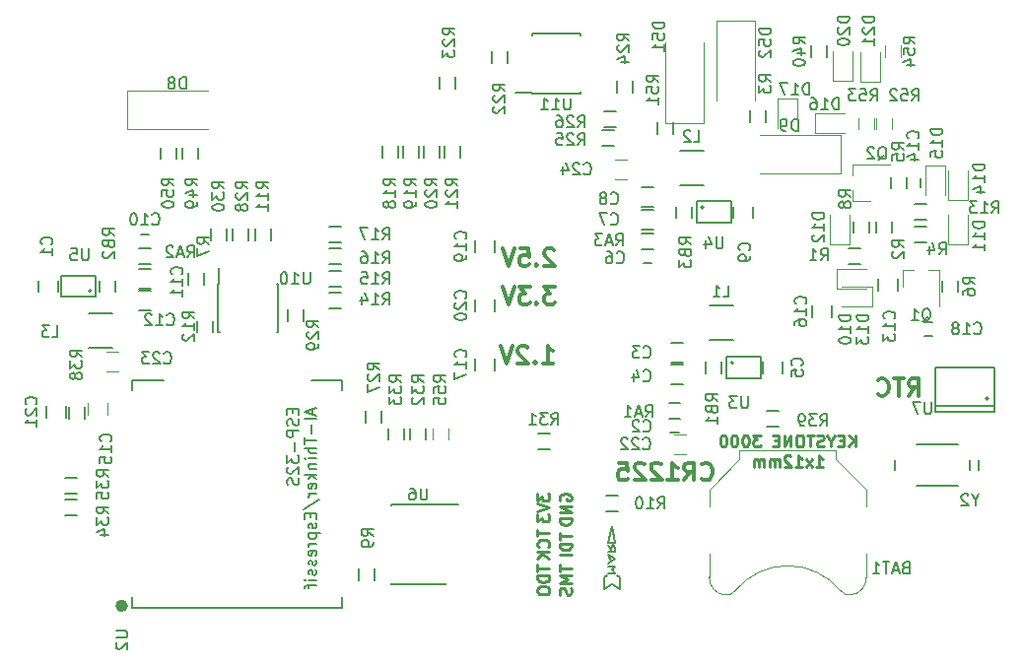
<source format=gbo>
G04 #@! TF.FileFunction,Legend,Bot*
%FSLAX46Y46*%
G04 Gerber Fmt 4.6, Leading zero omitted, Abs format (unit mm)*
G04 Created by KiCad (PCBNEW 4.0.7+dfsg1-1) date Thu Oct 12 12:32:32 2017*
%MOMM*%
%LPD*%
G01*
G04 APERTURE LIST*
%ADD10C,0.100000*%
%ADD11C,0.250000*%
%ADD12C,0.300000*%
%ADD13C,0.150000*%
%ADD14C,0.500000*%
%ADD15C,0.120000*%
%ADD16C,0.200000*%
G04 APERTURE END LIST*
D10*
D11*
X170370715Y-98716381D02*
X170370715Y-97716381D01*
X169799286Y-98716381D02*
X170227858Y-98144952D01*
X169799286Y-97716381D02*
X170370715Y-98287810D01*
X169370715Y-98192571D02*
X169037381Y-98192571D01*
X168894524Y-98716381D02*
X169370715Y-98716381D01*
X169370715Y-97716381D01*
X168894524Y-97716381D01*
X168275477Y-98240190D02*
X168275477Y-98716381D01*
X168608810Y-97716381D02*
X168275477Y-98240190D01*
X167942143Y-97716381D01*
X167656429Y-98668762D02*
X167513572Y-98716381D01*
X167275476Y-98716381D01*
X167180238Y-98668762D01*
X167132619Y-98621143D01*
X167085000Y-98525905D01*
X167085000Y-98430667D01*
X167132619Y-98335429D01*
X167180238Y-98287810D01*
X167275476Y-98240190D01*
X167465953Y-98192571D01*
X167561191Y-98144952D01*
X167608810Y-98097333D01*
X167656429Y-98002095D01*
X167656429Y-97906857D01*
X167608810Y-97811619D01*
X167561191Y-97764000D01*
X167465953Y-97716381D01*
X167227857Y-97716381D01*
X167085000Y-97764000D01*
X166799286Y-97716381D02*
X166227857Y-97716381D01*
X166513572Y-98716381D02*
X166513572Y-97716381D01*
X165704048Y-97716381D02*
X165513571Y-97716381D01*
X165418333Y-97764000D01*
X165323095Y-97859238D01*
X165275476Y-98049714D01*
X165275476Y-98383048D01*
X165323095Y-98573524D01*
X165418333Y-98668762D01*
X165513571Y-98716381D01*
X165704048Y-98716381D01*
X165799286Y-98668762D01*
X165894524Y-98573524D01*
X165942143Y-98383048D01*
X165942143Y-98049714D01*
X165894524Y-97859238D01*
X165799286Y-97764000D01*
X165704048Y-97716381D01*
X164846905Y-98716381D02*
X164846905Y-97716381D01*
X164275476Y-98716381D01*
X164275476Y-97716381D01*
X163799286Y-98192571D02*
X163465952Y-98192571D01*
X163323095Y-98716381D02*
X163799286Y-98716381D01*
X163799286Y-97716381D01*
X163323095Y-97716381D01*
X162227857Y-97716381D02*
X161608809Y-97716381D01*
X161942143Y-98097333D01*
X161799285Y-98097333D01*
X161704047Y-98144952D01*
X161656428Y-98192571D01*
X161608809Y-98287810D01*
X161608809Y-98525905D01*
X161656428Y-98621143D01*
X161704047Y-98668762D01*
X161799285Y-98716381D01*
X162085000Y-98716381D01*
X162180238Y-98668762D01*
X162227857Y-98621143D01*
X160989762Y-97716381D02*
X160894523Y-97716381D01*
X160799285Y-97764000D01*
X160751666Y-97811619D01*
X160704047Y-97906857D01*
X160656428Y-98097333D01*
X160656428Y-98335429D01*
X160704047Y-98525905D01*
X160751666Y-98621143D01*
X160799285Y-98668762D01*
X160894523Y-98716381D01*
X160989762Y-98716381D01*
X161085000Y-98668762D01*
X161132619Y-98621143D01*
X161180238Y-98525905D01*
X161227857Y-98335429D01*
X161227857Y-98097333D01*
X161180238Y-97906857D01*
X161132619Y-97811619D01*
X161085000Y-97764000D01*
X160989762Y-97716381D01*
X160037381Y-97716381D02*
X159942142Y-97716381D01*
X159846904Y-97764000D01*
X159799285Y-97811619D01*
X159751666Y-97906857D01*
X159704047Y-98097333D01*
X159704047Y-98335429D01*
X159751666Y-98525905D01*
X159799285Y-98621143D01*
X159846904Y-98668762D01*
X159942142Y-98716381D01*
X160037381Y-98716381D01*
X160132619Y-98668762D01*
X160180238Y-98621143D01*
X160227857Y-98525905D01*
X160275476Y-98335429D01*
X160275476Y-98097333D01*
X160227857Y-97906857D01*
X160180238Y-97811619D01*
X160132619Y-97764000D01*
X160037381Y-97716381D01*
X159085000Y-97716381D02*
X158989761Y-97716381D01*
X158894523Y-97764000D01*
X158846904Y-97811619D01*
X158799285Y-97906857D01*
X158751666Y-98097333D01*
X158751666Y-98335429D01*
X158799285Y-98525905D01*
X158846904Y-98621143D01*
X158894523Y-98668762D01*
X158989761Y-98716381D01*
X159085000Y-98716381D01*
X159180238Y-98668762D01*
X159227857Y-98621143D01*
X159275476Y-98525905D01*
X159323095Y-98335429D01*
X159323095Y-98097333D01*
X159275476Y-97906857D01*
X159227857Y-97811619D01*
X159180238Y-97764000D01*
X159085000Y-97716381D01*
X166989761Y-100466381D02*
X167561190Y-100466381D01*
X167275476Y-100466381D02*
X167275476Y-99466381D01*
X167370714Y-99609238D01*
X167465952Y-99704476D01*
X167561190Y-99752095D01*
X166656428Y-100466381D02*
X166132618Y-99799714D01*
X166656428Y-99799714D02*
X166132618Y-100466381D01*
X165227856Y-100466381D02*
X165799285Y-100466381D01*
X165513571Y-100466381D02*
X165513571Y-99466381D01*
X165608809Y-99609238D01*
X165704047Y-99704476D01*
X165799285Y-99752095D01*
X164846904Y-99561619D02*
X164799285Y-99514000D01*
X164704047Y-99466381D01*
X164465951Y-99466381D01*
X164370713Y-99514000D01*
X164323094Y-99561619D01*
X164275475Y-99656857D01*
X164275475Y-99752095D01*
X164323094Y-99894952D01*
X164894523Y-100466381D01*
X164275475Y-100466381D01*
X163846904Y-100466381D02*
X163846904Y-99799714D01*
X163846904Y-99894952D02*
X163799285Y-99847333D01*
X163704047Y-99799714D01*
X163561189Y-99799714D01*
X163465951Y-99847333D01*
X163418332Y-99942571D01*
X163418332Y-100466381D01*
X163418332Y-99942571D02*
X163370713Y-99847333D01*
X163275475Y-99799714D01*
X163132618Y-99799714D01*
X163037380Y-99847333D01*
X162989761Y-99942571D01*
X162989761Y-100466381D01*
X162513571Y-100466381D02*
X162513571Y-99799714D01*
X162513571Y-99894952D02*
X162465952Y-99847333D01*
X162370714Y-99799714D01*
X162227856Y-99799714D01*
X162132618Y-99847333D01*
X162084999Y-99942571D01*
X162084999Y-100466381D01*
X162084999Y-99942571D02*
X162037380Y-99847333D01*
X161942142Y-99799714D01*
X161799285Y-99799714D01*
X161704047Y-99847333D01*
X161656428Y-99942571D01*
X161656428Y-100466381D01*
D12*
X157186856Y-101452714D02*
X157258285Y-101524143D01*
X157472571Y-101595571D01*
X157615428Y-101595571D01*
X157829713Y-101524143D01*
X157972571Y-101381286D01*
X158043999Y-101238429D01*
X158115428Y-100952714D01*
X158115428Y-100738429D01*
X158043999Y-100452714D01*
X157972571Y-100309857D01*
X157829713Y-100167000D01*
X157615428Y-100095571D01*
X157472571Y-100095571D01*
X157258285Y-100167000D01*
X157186856Y-100238429D01*
X155686856Y-101595571D02*
X156186856Y-100881286D01*
X156543999Y-101595571D02*
X156543999Y-100095571D01*
X155972571Y-100095571D01*
X155829713Y-100167000D01*
X155758285Y-100238429D01*
X155686856Y-100381286D01*
X155686856Y-100595571D01*
X155758285Y-100738429D01*
X155829713Y-100809857D01*
X155972571Y-100881286D01*
X156543999Y-100881286D01*
X154258285Y-101595571D02*
X155115428Y-101595571D01*
X154686856Y-101595571D02*
X154686856Y-100095571D01*
X154829713Y-100309857D01*
X154972571Y-100452714D01*
X155115428Y-100524143D01*
X153686857Y-100238429D02*
X153615428Y-100167000D01*
X153472571Y-100095571D01*
X153115428Y-100095571D01*
X152972571Y-100167000D01*
X152901142Y-100238429D01*
X152829714Y-100381286D01*
X152829714Y-100524143D01*
X152901142Y-100738429D01*
X153758285Y-101595571D01*
X152829714Y-101595571D01*
X152258286Y-100238429D02*
X152186857Y-100167000D01*
X152044000Y-100095571D01*
X151686857Y-100095571D01*
X151544000Y-100167000D01*
X151472571Y-100238429D01*
X151401143Y-100381286D01*
X151401143Y-100524143D01*
X151472571Y-100738429D01*
X152329714Y-101595571D01*
X151401143Y-101595571D01*
X150044000Y-100095571D02*
X150758286Y-100095571D01*
X150829715Y-100809857D01*
X150758286Y-100738429D01*
X150615429Y-100667000D01*
X150258286Y-100667000D01*
X150115429Y-100738429D01*
X150044000Y-100809857D01*
X149972572Y-100952714D01*
X149972572Y-101309857D01*
X150044000Y-101452714D01*
X150115429Y-101524143D01*
X150258286Y-101595571D01*
X150615429Y-101595571D01*
X150758286Y-101524143D01*
X150829715Y-101452714D01*
X144502857Y-81823429D02*
X144431428Y-81752000D01*
X144288571Y-81680571D01*
X143931428Y-81680571D01*
X143788571Y-81752000D01*
X143717142Y-81823429D01*
X143645714Y-81966286D01*
X143645714Y-82109143D01*
X143717142Y-82323429D01*
X144574285Y-83180571D01*
X143645714Y-83180571D01*
X143002857Y-83037714D02*
X142931429Y-83109143D01*
X143002857Y-83180571D01*
X143074286Y-83109143D01*
X143002857Y-83037714D01*
X143002857Y-83180571D01*
X141574285Y-81680571D02*
X142288571Y-81680571D01*
X142360000Y-82394857D01*
X142288571Y-82323429D01*
X142145714Y-82252000D01*
X141788571Y-82252000D01*
X141645714Y-82323429D01*
X141574285Y-82394857D01*
X141502857Y-82537714D01*
X141502857Y-82894857D01*
X141574285Y-83037714D01*
X141645714Y-83109143D01*
X141788571Y-83180571D01*
X142145714Y-83180571D01*
X142288571Y-83109143D01*
X142360000Y-83037714D01*
X141074286Y-81680571D02*
X140574286Y-83180571D01*
X140074286Y-81680571D01*
X144574285Y-84982571D02*
X143645714Y-84982571D01*
X144145714Y-85554000D01*
X143931428Y-85554000D01*
X143788571Y-85625429D01*
X143717142Y-85696857D01*
X143645714Y-85839714D01*
X143645714Y-86196857D01*
X143717142Y-86339714D01*
X143788571Y-86411143D01*
X143931428Y-86482571D01*
X144360000Y-86482571D01*
X144502857Y-86411143D01*
X144574285Y-86339714D01*
X143002857Y-86339714D02*
X142931429Y-86411143D01*
X143002857Y-86482571D01*
X143074286Y-86411143D01*
X143002857Y-86339714D01*
X143002857Y-86482571D01*
X142431428Y-84982571D02*
X141502857Y-84982571D01*
X142002857Y-85554000D01*
X141788571Y-85554000D01*
X141645714Y-85625429D01*
X141574285Y-85696857D01*
X141502857Y-85839714D01*
X141502857Y-86196857D01*
X141574285Y-86339714D01*
X141645714Y-86411143D01*
X141788571Y-86482571D01*
X142217143Y-86482571D01*
X142360000Y-86411143D01*
X142431428Y-86339714D01*
X141074286Y-84982571D02*
X140574286Y-86482571D01*
X140074286Y-84982571D01*
X143518714Y-91562571D02*
X144375857Y-91562571D01*
X143947285Y-91562571D02*
X143947285Y-90062571D01*
X144090142Y-90276857D01*
X144233000Y-90419714D01*
X144375857Y-90491143D01*
X142875857Y-91419714D02*
X142804429Y-91491143D01*
X142875857Y-91562571D01*
X142947286Y-91491143D01*
X142875857Y-91419714D01*
X142875857Y-91562571D01*
X142233000Y-90205429D02*
X142161571Y-90134000D01*
X142018714Y-90062571D01*
X141661571Y-90062571D01*
X141518714Y-90134000D01*
X141447285Y-90205429D01*
X141375857Y-90348286D01*
X141375857Y-90491143D01*
X141447285Y-90705429D01*
X142304428Y-91562571D01*
X141375857Y-91562571D01*
X140947286Y-90062571D02*
X140447286Y-91562571D01*
X139947286Y-90062571D01*
D11*
X143082381Y-105854286D02*
X143082381Y-106425715D01*
X144082381Y-106140000D02*
X143082381Y-106140000D01*
X143987143Y-107330477D02*
X144034762Y-107282858D01*
X144082381Y-107140001D01*
X144082381Y-107044763D01*
X144034762Y-106901905D01*
X143939524Y-106806667D01*
X143844286Y-106759048D01*
X143653810Y-106711429D01*
X143510952Y-106711429D01*
X143320476Y-106759048D01*
X143225238Y-106806667D01*
X143130000Y-106901905D01*
X143082381Y-107044763D01*
X143082381Y-107140001D01*
X143130000Y-107282858D01*
X143177619Y-107330477D01*
X144082381Y-107759048D02*
X143082381Y-107759048D01*
X144082381Y-108330477D02*
X143510952Y-107901905D01*
X143082381Y-108330477D02*
X143653810Y-107759048D01*
X143082381Y-102726905D02*
X143082381Y-103345953D01*
X143463333Y-103012619D01*
X143463333Y-103155477D01*
X143510952Y-103250715D01*
X143558571Y-103298334D01*
X143653810Y-103345953D01*
X143891905Y-103345953D01*
X143987143Y-103298334D01*
X144034762Y-103250715D01*
X144082381Y-103155477D01*
X144082381Y-102869762D01*
X144034762Y-102774524D01*
X143987143Y-102726905D01*
X143082381Y-103631667D02*
X144082381Y-103965000D01*
X143082381Y-104298334D01*
X143082381Y-104536429D02*
X143082381Y-105155477D01*
X143463333Y-104822143D01*
X143463333Y-104965001D01*
X143510952Y-105060239D01*
X143558571Y-105107858D01*
X143653810Y-105155477D01*
X143891905Y-105155477D01*
X143987143Y-105107858D01*
X144034762Y-105060239D01*
X144082381Y-104965001D01*
X144082381Y-104679286D01*
X144034762Y-104584048D01*
X143987143Y-104536429D01*
X143082381Y-108878476D02*
X143082381Y-109449905D01*
X144082381Y-109164190D02*
X143082381Y-109164190D01*
X144082381Y-109783238D02*
X143082381Y-109783238D01*
X143082381Y-110021333D01*
X143130000Y-110164191D01*
X143225238Y-110259429D01*
X143320476Y-110307048D01*
X143510952Y-110354667D01*
X143653810Y-110354667D01*
X143844286Y-110307048D01*
X143939524Y-110259429D01*
X144034762Y-110164191D01*
X144082381Y-110021333D01*
X144082381Y-109783238D01*
X143082381Y-110973714D02*
X143082381Y-111164191D01*
X143130000Y-111259429D01*
X143225238Y-111354667D01*
X143415714Y-111402286D01*
X143749048Y-111402286D01*
X143939524Y-111354667D01*
X144034762Y-111259429D01*
X144082381Y-111164191D01*
X144082381Y-110973714D01*
X144034762Y-110878476D01*
X143939524Y-110783238D01*
X143749048Y-110735619D01*
X143415714Y-110735619D01*
X143225238Y-110783238D01*
X143130000Y-110878476D01*
X143082381Y-110973714D01*
X145035000Y-103330096D02*
X144987381Y-103234858D01*
X144987381Y-103092001D01*
X145035000Y-102949143D01*
X145130238Y-102853905D01*
X145225476Y-102806286D01*
X145415952Y-102758667D01*
X145558810Y-102758667D01*
X145749286Y-102806286D01*
X145844524Y-102853905D01*
X145939762Y-102949143D01*
X145987381Y-103092001D01*
X145987381Y-103187239D01*
X145939762Y-103330096D01*
X145892143Y-103377715D01*
X145558810Y-103377715D01*
X145558810Y-103187239D01*
X145987381Y-103806286D02*
X144987381Y-103806286D01*
X145987381Y-104377715D01*
X144987381Y-104377715D01*
X145987381Y-104853905D02*
X144987381Y-104853905D01*
X144987381Y-105092000D01*
X145035000Y-105234858D01*
X145130238Y-105330096D01*
X145225476Y-105377715D01*
X145415952Y-105425334D01*
X145558810Y-105425334D01*
X145749286Y-105377715D01*
X145844524Y-105330096D01*
X145939762Y-105234858D01*
X145987381Y-105092000D01*
X145987381Y-104853905D01*
X144987381Y-106116191D02*
X144987381Y-106687620D01*
X145987381Y-106401905D02*
X144987381Y-106401905D01*
X145987381Y-107020953D02*
X144987381Y-107020953D01*
X144987381Y-107259048D01*
X145035000Y-107401906D01*
X145130238Y-107497144D01*
X145225476Y-107544763D01*
X145415952Y-107592382D01*
X145558810Y-107592382D01*
X145749286Y-107544763D01*
X145844524Y-107497144D01*
X145939762Y-107401906D01*
X145987381Y-107259048D01*
X145987381Y-107020953D01*
X145987381Y-108020953D02*
X144987381Y-108020953D01*
X144987381Y-108854667D02*
X144987381Y-109426096D01*
X145987381Y-109140381D02*
X144987381Y-109140381D01*
X145987381Y-109759429D02*
X144987381Y-109759429D01*
X145701667Y-110092763D01*
X144987381Y-110426096D01*
X145987381Y-110426096D01*
X145939762Y-110854667D02*
X145987381Y-110997524D01*
X145987381Y-111235620D01*
X145939762Y-111330858D01*
X145892143Y-111378477D01*
X145796905Y-111426096D01*
X145701667Y-111426096D01*
X145606429Y-111378477D01*
X145558810Y-111330858D01*
X145511190Y-111235620D01*
X145463571Y-111045143D01*
X145415952Y-110949905D01*
X145368333Y-110902286D01*
X145273095Y-110854667D01*
X145177857Y-110854667D01*
X145082619Y-110902286D01*
X145035000Y-110949905D01*
X144987381Y-111045143D01*
X144987381Y-111283239D01*
X145035000Y-111426096D01*
D12*
X174967142Y-94356571D02*
X175467142Y-93642286D01*
X175824285Y-94356571D02*
X175824285Y-92856571D01*
X175252857Y-92856571D01*
X175109999Y-92928000D01*
X175038571Y-92999429D01*
X174967142Y-93142286D01*
X174967142Y-93356571D01*
X175038571Y-93499429D01*
X175109999Y-93570857D01*
X175252857Y-93642286D01*
X175824285Y-93642286D01*
X174538571Y-92856571D02*
X173681428Y-92856571D01*
X174109999Y-94356571D02*
X174109999Y-92856571D01*
X172324285Y-94213714D02*
X172395714Y-94285143D01*
X172610000Y-94356571D01*
X172752857Y-94356571D01*
X172967142Y-94285143D01*
X173110000Y-94142286D01*
X173181428Y-93999429D01*
X173252857Y-93713714D01*
X173252857Y-93499429D01*
X173181428Y-93213714D01*
X173110000Y-93070857D01*
X172967142Y-92928000D01*
X172752857Y-92856571D01*
X172610000Y-92856571D01*
X172395714Y-92928000D01*
X172324285Y-92999429D01*
D13*
X108232500Y-112562000D02*
X108232500Y-111673000D01*
X126266500Y-112562000D02*
X108232500Y-112562000D01*
X126266500Y-111673000D02*
X126266500Y-112562000D01*
X126266500Y-93004000D02*
X126266500Y-93893000D01*
X123663000Y-93004000D02*
X126266500Y-93004000D01*
X108232500Y-93004000D02*
X110963000Y-93004000D01*
X108232500Y-93893000D02*
X108232500Y-93004000D01*
D14*
X107638415Y-112384338D02*
G75*
G03X107638415Y-112384338I-283981J0D01*
G01*
D15*
X157345000Y-70900000D02*
X154045000Y-70900000D01*
X154045000Y-70900000D02*
X154045000Y-64000000D01*
X157345000Y-70900000D02*
X157345000Y-64000000D01*
D13*
X153369000Y-70826000D02*
X153369000Y-71826000D01*
X154719000Y-71826000D02*
X154719000Y-70826000D01*
X157870000Y-89565000D02*
X159870000Y-89565000D01*
X159870000Y-86615000D02*
X157870000Y-86615000D01*
X159886803Y-91500000D02*
G75*
G03X159886803Y-91500000I-111803J0D01*
G01*
X159275000Y-92800000D02*
X162275000Y-92800000D01*
X162275000Y-92800000D02*
X162275000Y-91000000D01*
X162275000Y-91000000D02*
X159275000Y-91000000D01*
X159275000Y-91000000D02*
X159275000Y-92800000D01*
X155330000Y-76230000D02*
X157330000Y-76230000D01*
X157330000Y-73280000D02*
X155330000Y-73280000D01*
X157346803Y-78135000D02*
G75*
G03X157346803Y-78135000I-111803J0D01*
G01*
X156735000Y-79435000D02*
X159735000Y-79435000D01*
X159735000Y-79435000D02*
X159735000Y-77635000D01*
X159735000Y-77635000D02*
X156735000Y-77635000D01*
X156735000Y-77635000D02*
X156735000Y-79435000D01*
X106530000Y-87250000D02*
X104530000Y-87250000D01*
X104530000Y-90200000D02*
X106530000Y-90200000D01*
X104736803Y-85315000D02*
G75*
G03X104736803Y-85315000I-111803J0D01*
G01*
X105125000Y-84015000D02*
X102125000Y-84015000D01*
X102125000Y-84015000D02*
X102125000Y-85815000D01*
X102125000Y-85815000D02*
X105125000Y-85815000D01*
X105125000Y-85815000D02*
X105125000Y-84015000D01*
X100235000Y-85415000D02*
X100235000Y-84415000D01*
X101935000Y-84415000D02*
X101935000Y-85415000D01*
X155560000Y-91480000D02*
X154560000Y-91480000D01*
X154560000Y-89780000D02*
X155560000Y-89780000D01*
X155560000Y-93385000D02*
X154560000Y-93385000D01*
X154560000Y-91685000D02*
X155560000Y-91685000D01*
X164165000Y-91400000D02*
X164165000Y-92400000D01*
X162465000Y-92400000D02*
X162465000Y-91400000D01*
X153020000Y-80050000D02*
X152020000Y-80050000D01*
X152020000Y-78350000D02*
X153020000Y-78350000D01*
X153020000Y-78145000D02*
X152020000Y-78145000D01*
X152020000Y-76445000D02*
X153020000Y-76445000D01*
X161625000Y-78065000D02*
X161625000Y-79065000D01*
X159925000Y-79065000D02*
X159925000Y-78065000D01*
X108840000Y-83430000D02*
X109840000Y-83430000D01*
X109840000Y-85130000D02*
X108840000Y-85130000D01*
X108840000Y-85335000D02*
X109840000Y-85335000D01*
X109840000Y-87035000D02*
X108840000Y-87035000D01*
X181857000Y-94567000D02*
G75*
G03X181857000Y-94567000I-127000J0D01*
G01*
X182365000Y-95202000D02*
X177285000Y-95202000D01*
X182365000Y-91900000D02*
X177285000Y-91900000D01*
X182365000Y-95710000D02*
X177285000Y-95710000D01*
X182365000Y-95710000D02*
X182365000Y-91900000D01*
X177285000Y-95710000D02*
X177285000Y-91900000D01*
X174071000Y-84288000D02*
X174071000Y-85288000D01*
X172371000Y-85288000D02*
X172371000Y-84288000D01*
D15*
X174435000Y-83520000D02*
X175365000Y-83520000D01*
X177595000Y-83520000D02*
X176665000Y-83520000D01*
X177595000Y-83520000D02*
X177595000Y-86680000D01*
X174435000Y-83520000D02*
X174435000Y-84980000D01*
X170175000Y-77605000D02*
X170175000Y-76675000D01*
X170175000Y-74445000D02*
X170175000Y-75375000D01*
X170175000Y-74445000D02*
X173335000Y-74445000D01*
X170175000Y-77605000D02*
X171635000Y-77605000D01*
D13*
X154510000Y-97510000D02*
X155210000Y-97510000D01*
X155210000Y-96310000D02*
X154510000Y-96310000D01*
X152170000Y-82975000D02*
X152870000Y-82975000D01*
X152870000Y-81775000D02*
X152170000Y-81775000D01*
X109690000Y-80505000D02*
X108990000Y-80505000D01*
X108990000Y-81705000D02*
X109690000Y-81705000D01*
X174780000Y-75675000D02*
X174780000Y-76375000D01*
X175980000Y-76375000D02*
X175980000Y-75675000D01*
X170800000Y-81700000D02*
X169800000Y-81700000D01*
X169800000Y-83050000D02*
X170800000Y-83050000D01*
X172165000Y-79335000D02*
X172165000Y-80335000D01*
X173515000Y-80335000D02*
X173515000Y-79335000D01*
X175515000Y-81145000D02*
X176515000Y-81145000D01*
X176515000Y-79795000D02*
X175515000Y-79795000D01*
X174785000Y-76525000D02*
X174785000Y-75525000D01*
X173435000Y-75525000D02*
X173435000Y-76525000D01*
X179230000Y-85415000D02*
X179230000Y-84415000D01*
X177880000Y-84415000D02*
X177880000Y-85415000D01*
X114460000Y-84780000D02*
X114460000Y-83780000D01*
X113110000Y-83780000D02*
X113110000Y-84780000D01*
X170260000Y-79335000D02*
X170260000Y-80335000D01*
X171610000Y-80335000D02*
X171610000Y-79335000D01*
X129065000Y-110180000D02*
X129065000Y-109180000D01*
X127715000Y-109180000D02*
X127715000Y-110180000D01*
X148972000Y-104259000D02*
X149972000Y-104259000D01*
X149972000Y-102909000D02*
X148972000Y-102909000D01*
X175515000Y-79240000D02*
X176515000Y-79240000D01*
X176515000Y-77890000D02*
X175515000Y-77890000D01*
X155360000Y-94965000D02*
X154360000Y-94965000D01*
X154360000Y-96315000D02*
X155360000Y-96315000D01*
X108840000Y-83050000D02*
X109840000Y-83050000D01*
X109840000Y-81700000D02*
X108840000Y-81700000D01*
X153020000Y-80430000D02*
X152020000Y-80430000D01*
X152020000Y-81780000D02*
X153020000Y-81780000D01*
X158910000Y-92400000D02*
X158910000Y-91400000D01*
X157560000Y-91400000D02*
X157560000Y-92400000D01*
X105490000Y-84415000D02*
X105490000Y-85415000D01*
X106840000Y-85415000D02*
X106840000Y-84415000D01*
X156370000Y-79065000D02*
X156370000Y-78065000D01*
X155020000Y-78065000D02*
X155020000Y-79065000D01*
X125182000Y-86860000D02*
X126182000Y-86860000D01*
X126182000Y-85510000D02*
X125182000Y-85510000D01*
X125182000Y-84954000D02*
X126182000Y-84954000D01*
X126182000Y-83604000D02*
X125182000Y-83604000D01*
X125182000Y-83050000D02*
X126182000Y-83050000D01*
X126182000Y-81700000D02*
X125182000Y-81700000D01*
X125182000Y-81145000D02*
X126182000Y-81145000D01*
X126182000Y-79795000D02*
X125182000Y-79795000D01*
X129747000Y-72858000D02*
X129747000Y-73858000D01*
X131097000Y-73858000D02*
X131097000Y-72858000D01*
X131525000Y-72858000D02*
X131525000Y-73858000D01*
X132875000Y-73858000D02*
X132875000Y-72858000D01*
X133303000Y-72858000D02*
X133303000Y-73858000D01*
X134653000Y-73858000D02*
X134653000Y-72858000D01*
X135081000Y-72858000D02*
X135081000Y-73858000D01*
X136431000Y-73858000D02*
X136431000Y-72858000D01*
X115655000Y-84745000D02*
X115705000Y-84745000D01*
X115655000Y-88895000D02*
X115800000Y-88895000D01*
X120805000Y-88895000D02*
X120660000Y-88895000D01*
X120805000Y-84745000D02*
X120660000Y-84745000D01*
X115655000Y-84745000D02*
X115655000Y-88895000D01*
X120805000Y-84745000D02*
X120805000Y-88895000D01*
X115705000Y-84745000D02*
X115705000Y-83345000D01*
X176300000Y-89198000D02*
X177000000Y-89198000D01*
X177000000Y-87998000D02*
X176300000Y-87998000D01*
X142605000Y-68375000D02*
X142605000Y-68325000D01*
X146755000Y-68375000D02*
X146755000Y-68230000D01*
X146755000Y-63225000D02*
X146755000Y-63370000D01*
X142605000Y-63225000D02*
X142605000Y-63370000D01*
X142605000Y-68375000D02*
X146755000Y-68375000D01*
X142605000Y-63225000D02*
X146755000Y-63225000D01*
X142605000Y-68325000D02*
X141205000Y-68325000D01*
X161370000Y-69810000D02*
X161370000Y-70810000D01*
X162720000Y-70810000D02*
X162720000Y-69810000D01*
X139145000Y-64730000D02*
X139145000Y-65730000D01*
X140495000Y-65730000D02*
X140495000Y-64730000D01*
X134700000Y-66932000D02*
X134700000Y-67932000D01*
X136050000Y-67932000D02*
X136050000Y-66932000D01*
X149940000Y-67270000D02*
X149940000Y-68270000D01*
X151290000Y-68270000D02*
X151290000Y-67270000D01*
X148675000Y-72890000D02*
X149675000Y-72890000D01*
X149675000Y-71540000D02*
X148675000Y-71540000D01*
X148780000Y-71275000D02*
X149780000Y-71275000D01*
X149780000Y-69925000D02*
X148780000Y-69925000D01*
X130510000Y-103690000D02*
X130510000Y-103790000D01*
X130510000Y-110515000D02*
X130510000Y-110490000D01*
X135160000Y-110515000D02*
X135160000Y-110490000D01*
X136235000Y-103690000D02*
X130510000Y-103690000D01*
X135160000Y-110515000D02*
X130510000Y-110515000D01*
X120175000Y-80970000D02*
X120175000Y-79970000D01*
X118825000Y-79970000D02*
X118825000Y-80970000D01*
X113805000Y-87900000D02*
X113805000Y-88900000D01*
X115155000Y-88900000D02*
X115155000Y-87900000D01*
X128350000Y-95675000D02*
X128350000Y-96675000D01*
X129700000Y-96675000D02*
X129700000Y-95675000D01*
X118270000Y-80970000D02*
X118270000Y-79970000D01*
X116920000Y-79970000D02*
X116920000Y-80970000D01*
X122955000Y-87900000D02*
X122955000Y-86900000D01*
X121605000Y-86900000D02*
X121605000Y-87900000D01*
X116365000Y-80970000D02*
X116365000Y-79970000D01*
X115015000Y-79970000D02*
X115015000Y-80970000D01*
X143130000Y-98925000D02*
X144130000Y-98925000D01*
X144130000Y-97575000D02*
X143130000Y-97575000D01*
X132160000Y-97115000D02*
X132160000Y-98115000D01*
X133510000Y-98115000D02*
X133510000Y-97115000D01*
X130255000Y-97115000D02*
X130255000Y-98115000D01*
X131605000Y-98115000D02*
X131605000Y-97115000D01*
X103490000Y-103290000D02*
X102490000Y-103290000D01*
X102490000Y-104640000D02*
X103490000Y-104640000D01*
X103490000Y-101385000D02*
X102490000Y-101385000D01*
X102490000Y-102735000D02*
X103490000Y-102735000D01*
X102823000Y-95294000D02*
X102823000Y-96294000D01*
X104173000Y-96294000D02*
X104173000Y-95294000D01*
X168356000Y-86574000D02*
X168356000Y-87574000D01*
X166656000Y-87574000D02*
X166656000Y-86574000D01*
X162815000Y-97020000D02*
X163815000Y-97020000D01*
X163815000Y-95670000D02*
X162815000Y-95670000D01*
X166577000Y-64222000D02*
X166577000Y-65222000D01*
X167927000Y-65222000D02*
X167927000Y-64222000D01*
X137700000Y-92146000D02*
X137700000Y-91146000D01*
X139400000Y-91146000D02*
X139400000Y-92146000D01*
X139400000Y-80986000D02*
X139400000Y-81986000D01*
X137700000Y-81986000D02*
X137700000Y-80986000D01*
X137700000Y-87066000D02*
X137700000Y-86066000D01*
X139400000Y-86066000D02*
X139400000Y-87066000D01*
X100870000Y-96210000D02*
X100870000Y-95210000D01*
X102570000Y-95210000D02*
X102570000Y-96210000D01*
X112602000Y-72985000D02*
X112602000Y-73985000D01*
X113952000Y-73985000D02*
X113952000Y-72985000D01*
X110697000Y-72985000D02*
X110697000Y-73985000D01*
X112047000Y-73985000D02*
X112047000Y-72985000D01*
D15*
X172160000Y-70445000D02*
X172160000Y-71445000D01*
X173520000Y-71445000D02*
X173520000Y-70445000D01*
X170636000Y-70445000D02*
X170636000Y-71445000D01*
X171996000Y-71445000D02*
X171996000Y-70445000D01*
X159170385Y-111454160D02*
G75*
G03X160085000Y-111070000I124615J984160D01*
G01*
X169999615Y-111454160D02*
G75*
G02X169085000Y-111070000I-124615J984160D01*
G01*
X160094339Y-111058671D02*
G75*
G02X169085000Y-111070000I4490661J-3711329D01*
G01*
X157835000Y-109920000D02*
G75*
G03X159285000Y-111470000I1500000J-50000D01*
G01*
X171335000Y-109920000D02*
G75*
G02X169885000Y-111470000I-1500000J-50000D01*
G01*
X157835000Y-107870000D02*
X157835000Y-109970000D01*
X171335000Y-107870000D02*
X171335000Y-109970000D01*
X171335000Y-103870000D02*
X171335000Y-102420000D01*
X171335000Y-102420000D02*
X168735000Y-99820000D01*
X168735000Y-99820000D02*
X168735000Y-99020000D01*
X168735000Y-99020000D02*
X160435000Y-99020000D01*
X160435000Y-99020000D02*
X160435000Y-99820000D01*
X160435000Y-99820000D02*
X157835000Y-102420000D01*
X157835000Y-102420000D02*
X157835000Y-103870000D01*
D13*
X173812000Y-99882000D02*
X173812000Y-100682000D01*
X179212000Y-98482000D02*
X175612000Y-98482000D01*
X179212000Y-102082000D02*
X175612000Y-102082000D01*
X180212000Y-99882000D02*
X180212000Y-100682000D01*
X181012000Y-99882000D02*
X181012000Y-100682000D01*
D15*
X176435000Y-74525000D02*
X178135000Y-74525000D01*
X178135000Y-74525000D02*
X178135000Y-77075000D01*
X176435000Y-74525000D02*
X176435000Y-77075000D01*
X106126000Y-94956000D02*
X106126000Y-95956000D01*
X104426000Y-95956000D02*
X104426000Y-94956000D01*
X168800000Y-85130000D02*
X168800000Y-83430000D01*
X168800000Y-83430000D02*
X171350000Y-83430000D01*
X168800000Y-85130000D02*
X171350000Y-85130000D01*
X180040000Y-81335000D02*
X178340000Y-81335000D01*
X178340000Y-81335000D02*
X178340000Y-78785000D01*
X180040000Y-81335000D02*
X180040000Y-78785000D01*
X169880000Y-81335000D02*
X168180000Y-81335000D01*
X168180000Y-81335000D02*
X168180000Y-78785000D01*
X169880000Y-81335000D02*
X169880000Y-78785000D01*
X171800000Y-84954000D02*
X171800000Y-86654000D01*
X171800000Y-86654000D02*
X169250000Y-86654000D01*
X171800000Y-84954000D02*
X169250000Y-84954000D01*
X180040000Y-77525000D02*
X178340000Y-77525000D01*
X178340000Y-77525000D02*
X178340000Y-74975000D01*
X180040000Y-77525000D02*
X180040000Y-74975000D01*
X166895000Y-71795000D02*
X166895000Y-70095000D01*
X166895000Y-70095000D02*
X169445000Y-70095000D01*
X166895000Y-71795000D02*
X169445000Y-71795000D01*
X163735000Y-68810000D02*
X165435000Y-68810000D01*
X165435000Y-68810000D02*
X165435000Y-71360000D01*
X163735000Y-68810000D02*
X163735000Y-71360000D01*
X170134000Y-67238000D02*
X168434000Y-67238000D01*
X168434000Y-67238000D02*
X168434000Y-64688000D01*
X170134000Y-67238000D02*
X170134000Y-64688000D01*
X172547000Y-67331000D02*
X170847000Y-67331000D01*
X170847000Y-67331000D02*
X170847000Y-64781000D01*
X172547000Y-67331000D02*
X172547000Y-64781000D01*
X107861000Y-71452000D02*
X107861000Y-68152000D01*
X107861000Y-68152000D02*
X114761000Y-68152000D01*
X107861000Y-71452000D02*
X114761000Y-71452000D01*
X169112000Y-71962000D02*
X169112000Y-75262000D01*
X169112000Y-75262000D02*
X162212000Y-75262000D01*
X169112000Y-71962000D02*
X162212000Y-71962000D01*
X158490000Y-62100000D02*
X161790000Y-62100000D01*
X161790000Y-62100000D02*
X161790000Y-69000000D01*
X158490000Y-62100000D02*
X158490000Y-69000000D01*
X155814000Y-99354000D02*
X154814000Y-99354000D01*
X154814000Y-97654000D02*
X155814000Y-97654000D01*
X106046000Y-90542000D02*
X107046000Y-90542000D01*
X107046000Y-92242000D02*
X106046000Y-92242000D01*
X149734000Y-74032000D02*
X150734000Y-74032000D01*
X150734000Y-75732000D02*
X149734000Y-75732000D01*
X172922000Y-64222000D02*
X172922000Y-65222000D01*
X174282000Y-65222000D02*
X174282000Y-64222000D01*
X135420000Y-98115000D02*
X135420000Y-97115000D01*
X134060000Y-97115000D02*
X134060000Y-98115000D01*
D13*
X148772000Y-109969000D02*
X149072000Y-109769000D01*
X150172000Y-109969000D02*
X149872000Y-109769000D01*
X148772000Y-110969000D02*
X148772000Y-109969000D01*
X149472000Y-110569000D02*
X148772000Y-110969000D01*
X150172000Y-110969000D02*
X149472000Y-110569000D01*
X150172000Y-109969000D02*
X150172000Y-110969000D01*
X149472000Y-105569000D02*
X149172000Y-106969000D01*
X149772000Y-106969000D02*
X149472000Y-105569000D01*
X149172000Y-106969000D02*
X149772000Y-106969000D01*
X149172000Y-107169000D02*
X149372000Y-107669000D01*
X149372000Y-107369000D02*
X149372000Y-107769000D01*
X149572000Y-107169000D02*
X149372000Y-107369000D01*
X149772000Y-107369000D02*
X149572000Y-107169000D01*
X149772000Y-107769000D02*
X149772000Y-107369000D01*
X149172000Y-107769000D02*
X149772000Y-107769000D01*
X149172000Y-107969000D02*
X149372000Y-108569000D01*
X149772000Y-108369000D02*
X149172000Y-107969000D01*
X149172000Y-108769000D02*
X149772000Y-108369000D01*
X149772000Y-108969000D02*
X149172000Y-108969000D01*
X149472000Y-109269000D02*
X149772000Y-108969000D01*
X149772000Y-109569000D02*
X149472000Y-109269000D01*
X149172000Y-109569000D02*
X149772000Y-109569000D01*
X106865381Y-114551095D02*
X107674905Y-114551095D01*
X107770143Y-114598714D01*
X107817762Y-114646333D01*
X107865381Y-114741571D01*
X107865381Y-114932048D01*
X107817762Y-115027286D01*
X107770143Y-115074905D01*
X107674905Y-115122524D01*
X106865381Y-115122524D01*
X106960619Y-115551095D02*
X106913000Y-115598714D01*
X106865381Y-115693952D01*
X106865381Y-115932048D01*
X106913000Y-116027286D01*
X106960619Y-116074905D01*
X107055857Y-116122524D01*
X107151095Y-116122524D01*
X107293952Y-116074905D01*
X107865381Y-115503476D01*
X107865381Y-116122524D01*
X123779667Y-95446333D02*
X123779667Y-95922524D01*
X124065381Y-95351095D02*
X123065381Y-95684428D01*
X124065381Y-96017762D01*
X124065381Y-96351095D02*
X123065381Y-96351095D01*
X123684429Y-96827285D02*
X123684429Y-97589190D01*
X123065381Y-97922523D02*
X123065381Y-98493952D01*
X124065381Y-98208237D02*
X123065381Y-98208237D01*
X124065381Y-98827285D02*
X123065381Y-98827285D01*
X124065381Y-99255857D02*
X123541571Y-99255857D01*
X123446333Y-99208238D01*
X123398714Y-99113000D01*
X123398714Y-98970142D01*
X123446333Y-98874904D01*
X123493952Y-98827285D01*
X124065381Y-99732047D02*
X123398714Y-99732047D01*
X123065381Y-99732047D02*
X123113000Y-99684428D01*
X123160619Y-99732047D01*
X123113000Y-99779666D01*
X123065381Y-99732047D01*
X123160619Y-99732047D01*
X123398714Y-100208237D02*
X124065381Y-100208237D01*
X123493952Y-100208237D02*
X123446333Y-100255856D01*
X123398714Y-100351094D01*
X123398714Y-100493952D01*
X123446333Y-100589190D01*
X123541571Y-100636809D01*
X124065381Y-100636809D01*
X124065381Y-101112999D02*
X123065381Y-101112999D01*
X123684429Y-101208237D02*
X124065381Y-101493952D01*
X123398714Y-101493952D02*
X123779667Y-101112999D01*
X124017762Y-102303476D02*
X124065381Y-102208238D01*
X124065381Y-102017761D01*
X124017762Y-101922523D01*
X123922524Y-101874904D01*
X123541571Y-101874904D01*
X123446333Y-101922523D01*
X123398714Y-102017761D01*
X123398714Y-102208238D01*
X123446333Y-102303476D01*
X123541571Y-102351095D01*
X123636810Y-102351095D01*
X123732048Y-101874904D01*
X124065381Y-102779666D02*
X123398714Y-102779666D01*
X123589190Y-102779666D02*
X123493952Y-102827285D01*
X123446333Y-102874904D01*
X123398714Y-102970142D01*
X123398714Y-103065381D01*
X123017762Y-104113000D02*
X124303476Y-103255857D01*
X123541571Y-104446333D02*
X123541571Y-104779667D01*
X124065381Y-104922524D02*
X124065381Y-104446333D01*
X123065381Y-104446333D01*
X123065381Y-104922524D01*
X124017762Y-105303476D02*
X124065381Y-105398714D01*
X124065381Y-105589190D01*
X124017762Y-105684429D01*
X123922524Y-105732048D01*
X123874905Y-105732048D01*
X123779667Y-105684429D01*
X123732048Y-105589190D01*
X123732048Y-105446333D01*
X123684429Y-105351095D01*
X123589190Y-105303476D01*
X123541571Y-105303476D01*
X123446333Y-105351095D01*
X123398714Y-105446333D01*
X123398714Y-105589190D01*
X123446333Y-105684429D01*
X123398714Y-106160619D02*
X124398714Y-106160619D01*
X123446333Y-106160619D02*
X123398714Y-106255857D01*
X123398714Y-106446334D01*
X123446333Y-106541572D01*
X123493952Y-106589191D01*
X123589190Y-106636810D01*
X123874905Y-106636810D01*
X123970143Y-106589191D01*
X124017762Y-106541572D01*
X124065381Y-106446334D01*
X124065381Y-106255857D01*
X124017762Y-106160619D01*
X124065381Y-107065381D02*
X123398714Y-107065381D01*
X123589190Y-107065381D02*
X123493952Y-107113000D01*
X123446333Y-107160619D01*
X123398714Y-107255857D01*
X123398714Y-107351096D01*
X124017762Y-108065382D02*
X124065381Y-107970144D01*
X124065381Y-107779667D01*
X124017762Y-107684429D01*
X123922524Y-107636810D01*
X123541571Y-107636810D01*
X123446333Y-107684429D01*
X123398714Y-107779667D01*
X123398714Y-107970144D01*
X123446333Y-108065382D01*
X123541571Y-108113001D01*
X123636810Y-108113001D01*
X123732048Y-107636810D01*
X124017762Y-108493953D02*
X124065381Y-108589191D01*
X124065381Y-108779667D01*
X124017762Y-108874906D01*
X123922524Y-108922525D01*
X123874905Y-108922525D01*
X123779667Y-108874906D01*
X123732048Y-108779667D01*
X123732048Y-108636810D01*
X123684429Y-108541572D01*
X123589190Y-108493953D01*
X123541571Y-108493953D01*
X123446333Y-108541572D01*
X123398714Y-108636810D01*
X123398714Y-108779667D01*
X123446333Y-108874906D01*
X124017762Y-109303477D02*
X124065381Y-109398715D01*
X124065381Y-109589191D01*
X124017762Y-109684430D01*
X123922524Y-109732049D01*
X123874905Y-109732049D01*
X123779667Y-109684430D01*
X123732048Y-109589191D01*
X123732048Y-109446334D01*
X123684429Y-109351096D01*
X123589190Y-109303477D01*
X123541571Y-109303477D01*
X123446333Y-109351096D01*
X123398714Y-109446334D01*
X123398714Y-109589191D01*
X123446333Y-109684430D01*
X124065381Y-110160620D02*
X123398714Y-110160620D01*
X123065381Y-110160620D02*
X123113000Y-110113001D01*
X123160619Y-110160620D01*
X123113000Y-110208239D01*
X123065381Y-110160620D01*
X123160619Y-110160620D01*
X123398714Y-110493953D02*
X123398714Y-110874905D01*
X124065381Y-110636810D02*
X123208238Y-110636810D01*
X123113000Y-110684429D01*
X123065381Y-110779667D01*
X123065381Y-110874905D01*
X122041571Y-95474905D02*
X122041571Y-95808239D01*
X122565381Y-95951096D02*
X122565381Y-95474905D01*
X121565381Y-95474905D01*
X121565381Y-95951096D01*
X122517762Y-96332048D02*
X122565381Y-96474905D01*
X122565381Y-96713001D01*
X122517762Y-96808239D01*
X122470143Y-96855858D01*
X122374905Y-96903477D01*
X122279667Y-96903477D01*
X122184429Y-96855858D01*
X122136810Y-96808239D01*
X122089190Y-96713001D01*
X122041571Y-96522524D01*
X121993952Y-96427286D01*
X121946333Y-96379667D01*
X121851095Y-96332048D01*
X121755857Y-96332048D01*
X121660619Y-96379667D01*
X121613000Y-96427286D01*
X121565381Y-96522524D01*
X121565381Y-96760620D01*
X121613000Y-96903477D01*
X122565381Y-97332048D02*
X121565381Y-97332048D01*
X121565381Y-97713001D01*
X121613000Y-97808239D01*
X121660619Y-97855858D01*
X121755857Y-97903477D01*
X121898714Y-97903477D01*
X121993952Y-97855858D01*
X122041571Y-97808239D01*
X122089190Y-97713001D01*
X122089190Y-97332048D01*
X122184429Y-98332048D02*
X122184429Y-99093953D01*
X121565381Y-99474905D02*
X121565381Y-100093953D01*
X121946333Y-99760619D01*
X121946333Y-99903477D01*
X121993952Y-99998715D01*
X122041571Y-100046334D01*
X122136810Y-100093953D01*
X122374905Y-100093953D01*
X122470143Y-100046334D01*
X122517762Y-99998715D01*
X122565381Y-99903477D01*
X122565381Y-99617762D01*
X122517762Y-99522524D01*
X122470143Y-99474905D01*
X121660619Y-100474905D02*
X121613000Y-100522524D01*
X121565381Y-100617762D01*
X121565381Y-100855858D01*
X121613000Y-100951096D01*
X121660619Y-100998715D01*
X121755857Y-101046334D01*
X121851095Y-101046334D01*
X121993952Y-100998715D01*
X122565381Y-100427286D01*
X122565381Y-101046334D01*
X122517762Y-101427286D02*
X122565381Y-101570143D01*
X122565381Y-101808239D01*
X122517762Y-101903477D01*
X122470143Y-101951096D01*
X122374905Y-101998715D01*
X122279667Y-101998715D01*
X122184429Y-101951096D01*
X122136810Y-101903477D01*
X122089190Y-101808239D01*
X122041571Y-101617762D01*
X121993952Y-101522524D01*
X121946333Y-101474905D01*
X121851095Y-101427286D01*
X121755857Y-101427286D01*
X121660619Y-101474905D01*
X121613000Y-101522524D01*
X121565381Y-101617762D01*
X121565381Y-101855858D01*
X121613000Y-101998715D01*
X153988381Y-62237714D02*
X152988381Y-62237714D01*
X152988381Y-62475809D01*
X153036000Y-62618667D01*
X153131238Y-62713905D01*
X153226476Y-62761524D01*
X153416952Y-62809143D01*
X153559810Y-62809143D01*
X153750286Y-62761524D01*
X153845524Y-62713905D01*
X153940762Y-62618667D01*
X153988381Y-62475809D01*
X153988381Y-62237714D01*
X152988381Y-63713905D02*
X152988381Y-63237714D01*
X153464571Y-63190095D01*
X153416952Y-63237714D01*
X153369333Y-63332952D01*
X153369333Y-63571048D01*
X153416952Y-63666286D01*
X153464571Y-63713905D01*
X153559810Y-63761524D01*
X153797905Y-63761524D01*
X153893143Y-63713905D01*
X153940762Y-63666286D01*
X153988381Y-63571048D01*
X153988381Y-63332952D01*
X153940762Y-63237714D01*
X153893143Y-63190095D01*
X153988381Y-64713905D02*
X153988381Y-64142476D01*
X153988381Y-64428190D02*
X152988381Y-64428190D01*
X153131238Y-64332952D01*
X153226476Y-64237714D01*
X153274095Y-64142476D01*
X153480381Y-67381143D02*
X153004190Y-67047809D01*
X153480381Y-66809714D02*
X152480381Y-66809714D01*
X152480381Y-67190667D01*
X152528000Y-67285905D01*
X152575619Y-67333524D01*
X152670857Y-67381143D01*
X152813714Y-67381143D01*
X152908952Y-67333524D01*
X152956571Y-67285905D01*
X153004190Y-67190667D01*
X153004190Y-66809714D01*
X152480381Y-68285905D02*
X152480381Y-67809714D01*
X152956571Y-67762095D01*
X152908952Y-67809714D01*
X152861333Y-67904952D01*
X152861333Y-68143048D01*
X152908952Y-68238286D01*
X152956571Y-68285905D01*
X153051810Y-68333524D01*
X153289905Y-68333524D01*
X153385143Y-68285905D01*
X153432762Y-68238286D01*
X153480381Y-68143048D01*
X153480381Y-67904952D01*
X153432762Y-67809714D01*
X153385143Y-67762095D01*
X153480381Y-69285905D02*
X153480381Y-68714476D01*
X153480381Y-69000190D02*
X152480381Y-69000190D01*
X152623238Y-68904952D01*
X152718476Y-68809714D01*
X152766095Y-68714476D01*
X159036666Y-85842381D02*
X159512857Y-85842381D01*
X159512857Y-84842381D01*
X158179523Y-85842381D02*
X158750952Y-85842381D01*
X158465238Y-85842381D02*
X158465238Y-84842381D01*
X158560476Y-84985238D01*
X158655714Y-85080476D01*
X158750952Y-85128095D01*
D16*
X161155905Y-94400381D02*
X161155905Y-95209905D01*
X161108286Y-95305143D01*
X161060667Y-95352762D01*
X160965429Y-95400381D01*
X160774952Y-95400381D01*
X160679714Y-95352762D01*
X160632095Y-95305143D01*
X160584476Y-95209905D01*
X160584476Y-94400381D01*
X160203524Y-94400381D02*
X159584476Y-94400381D01*
X159917810Y-94781333D01*
X159774952Y-94781333D01*
X159679714Y-94828952D01*
X159632095Y-94876571D01*
X159584476Y-94971810D01*
X159584476Y-95209905D01*
X159632095Y-95305143D01*
X159679714Y-95352762D01*
X159774952Y-95400381D01*
X160060667Y-95400381D01*
X160155905Y-95352762D01*
X160203524Y-95305143D01*
D13*
X156496666Y-72507381D02*
X156972857Y-72507381D01*
X156972857Y-71507381D01*
X156210952Y-71602619D02*
X156163333Y-71555000D01*
X156068095Y-71507381D01*
X155829999Y-71507381D01*
X155734761Y-71555000D01*
X155687142Y-71602619D01*
X155639523Y-71697857D01*
X155639523Y-71793095D01*
X155687142Y-71935952D01*
X156258571Y-72507381D01*
X155639523Y-72507381D01*
D16*
X158996905Y-80684381D02*
X158996905Y-81493905D01*
X158949286Y-81589143D01*
X158901667Y-81636762D01*
X158806429Y-81684381D01*
X158615952Y-81684381D01*
X158520714Y-81636762D01*
X158473095Y-81589143D01*
X158425476Y-81493905D01*
X158425476Y-80684381D01*
X157520714Y-81017714D02*
X157520714Y-81684381D01*
X157758810Y-80636762D02*
X157996905Y-81351048D01*
X157377857Y-81351048D01*
D13*
X101378666Y-89304381D02*
X101854857Y-89304381D01*
X101854857Y-88304381D01*
X101140571Y-88304381D02*
X100521523Y-88304381D01*
X100854857Y-88685333D01*
X100711999Y-88685333D01*
X100616761Y-88732952D01*
X100569142Y-88780571D01*
X100521523Y-88875810D01*
X100521523Y-89113905D01*
X100569142Y-89209143D01*
X100616761Y-89256762D01*
X100711999Y-89304381D01*
X100997714Y-89304381D01*
X101092952Y-89256762D01*
X101140571Y-89209143D01*
D16*
X104513905Y-81700381D02*
X104513905Y-82509905D01*
X104466286Y-82605143D01*
X104418667Y-82652762D01*
X104323429Y-82700381D01*
X104132952Y-82700381D01*
X104037714Y-82652762D01*
X103990095Y-82605143D01*
X103942476Y-82509905D01*
X103942476Y-81700381D01*
X102990095Y-81700381D02*
X103466286Y-81700381D01*
X103513905Y-82176571D01*
X103466286Y-82128952D01*
X103371048Y-82081333D01*
X103132952Y-82081333D01*
X103037714Y-82128952D01*
X102990095Y-82176571D01*
X102942476Y-82271810D01*
X102942476Y-82509905D01*
X102990095Y-82605143D01*
X103037714Y-82652762D01*
X103132952Y-82700381D01*
X103371048Y-82700381D01*
X103466286Y-82652762D01*
X103513905Y-82605143D01*
D13*
X101315143Y-81319334D02*
X101362762Y-81271715D01*
X101410381Y-81128858D01*
X101410381Y-81033620D01*
X101362762Y-80890762D01*
X101267524Y-80795524D01*
X101172286Y-80747905D01*
X100981810Y-80700286D01*
X100838952Y-80700286D01*
X100648476Y-80747905D01*
X100553238Y-80795524D01*
X100458000Y-80890762D01*
X100410381Y-81033620D01*
X100410381Y-81128858D01*
X100458000Y-81271715D01*
X100505619Y-81319334D01*
X101410381Y-82271715D02*
X101410381Y-81700286D01*
X101410381Y-81986000D02*
X100410381Y-81986000D01*
X100553238Y-81890762D01*
X100648476Y-81795524D01*
X100696095Y-81700286D01*
X152178666Y-90987143D02*
X152226285Y-91034762D01*
X152369142Y-91082381D01*
X152464380Y-91082381D01*
X152607238Y-91034762D01*
X152702476Y-90939524D01*
X152750095Y-90844286D01*
X152797714Y-90653810D01*
X152797714Y-90510952D01*
X152750095Y-90320476D01*
X152702476Y-90225238D01*
X152607238Y-90130000D01*
X152464380Y-90082381D01*
X152369142Y-90082381D01*
X152226285Y-90130000D01*
X152178666Y-90177619D01*
X151845333Y-90082381D02*
X151226285Y-90082381D01*
X151559619Y-90463333D01*
X151416761Y-90463333D01*
X151321523Y-90510952D01*
X151273904Y-90558571D01*
X151226285Y-90653810D01*
X151226285Y-90891905D01*
X151273904Y-90987143D01*
X151321523Y-91034762D01*
X151416761Y-91082381D01*
X151702476Y-91082381D01*
X151797714Y-91034762D01*
X151845333Y-90987143D01*
X152178666Y-93019143D02*
X152226285Y-93066762D01*
X152369142Y-93114381D01*
X152464380Y-93114381D01*
X152607238Y-93066762D01*
X152702476Y-92971524D01*
X152750095Y-92876286D01*
X152797714Y-92685810D01*
X152797714Y-92542952D01*
X152750095Y-92352476D01*
X152702476Y-92257238D01*
X152607238Y-92162000D01*
X152464380Y-92114381D01*
X152369142Y-92114381D01*
X152226285Y-92162000D01*
X152178666Y-92209619D01*
X151321523Y-92447714D02*
X151321523Y-93114381D01*
X151559619Y-92066762D02*
X151797714Y-92781048D01*
X151178666Y-92781048D01*
X165772143Y-91733334D02*
X165819762Y-91685715D01*
X165867381Y-91542858D01*
X165867381Y-91447620D01*
X165819762Y-91304762D01*
X165724524Y-91209524D01*
X165629286Y-91161905D01*
X165438810Y-91114286D01*
X165295952Y-91114286D01*
X165105476Y-91161905D01*
X165010238Y-91209524D01*
X164915000Y-91304762D01*
X164867381Y-91447620D01*
X164867381Y-91542858D01*
X164915000Y-91685715D01*
X164962619Y-91733334D01*
X164867381Y-92638096D02*
X164867381Y-92161905D01*
X165343571Y-92114286D01*
X165295952Y-92161905D01*
X165248333Y-92257143D01*
X165248333Y-92495239D01*
X165295952Y-92590477D01*
X165343571Y-92638096D01*
X165438810Y-92685715D01*
X165676905Y-92685715D01*
X165772143Y-92638096D01*
X165819762Y-92590477D01*
X165867381Y-92495239D01*
X165867381Y-92257143D01*
X165819762Y-92161905D01*
X165772143Y-92114286D01*
X149384666Y-79557143D02*
X149432285Y-79604762D01*
X149575142Y-79652381D01*
X149670380Y-79652381D01*
X149813238Y-79604762D01*
X149908476Y-79509524D01*
X149956095Y-79414286D01*
X150003714Y-79223810D01*
X150003714Y-79080952D01*
X149956095Y-78890476D01*
X149908476Y-78795238D01*
X149813238Y-78700000D01*
X149670380Y-78652381D01*
X149575142Y-78652381D01*
X149432285Y-78700000D01*
X149384666Y-78747619D01*
X149051333Y-78652381D02*
X148384666Y-78652381D01*
X148813238Y-79652381D01*
X149384666Y-77779143D02*
X149432285Y-77826762D01*
X149575142Y-77874381D01*
X149670380Y-77874381D01*
X149813238Y-77826762D01*
X149908476Y-77731524D01*
X149956095Y-77636286D01*
X150003714Y-77445810D01*
X150003714Y-77302952D01*
X149956095Y-77112476D01*
X149908476Y-77017238D01*
X149813238Y-76922000D01*
X149670380Y-76874381D01*
X149575142Y-76874381D01*
X149432285Y-76922000D01*
X149384666Y-76969619D01*
X148813238Y-77302952D02*
X148908476Y-77255333D01*
X148956095Y-77207714D01*
X149003714Y-77112476D01*
X149003714Y-77064857D01*
X148956095Y-76969619D01*
X148908476Y-76922000D01*
X148813238Y-76874381D01*
X148622761Y-76874381D01*
X148527523Y-76922000D01*
X148479904Y-76969619D01*
X148432285Y-77064857D01*
X148432285Y-77112476D01*
X148479904Y-77207714D01*
X148527523Y-77255333D01*
X148622761Y-77302952D01*
X148813238Y-77302952D01*
X148908476Y-77350571D01*
X148956095Y-77398190D01*
X149003714Y-77493429D01*
X149003714Y-77683905D01*
X148956095Y-77779143D01*
X148908476Y-77826762D01*
X148813238Y-77874381D01*
X148622761Y-77874381D01*
X148527523Y-77826762D01*
X148479904Y-77779143D01*
X148432285Y-77683905D01*
X148432285Y-77493429D01*
X148479904Y-77398190D01*
X148527523Y-77350571D01*
X148622761Y-77302952D01*
X161259143Y-81827334D02*
X161306762Y-81779715D01*
X161354381Y-81636858D01*
X161354381Y-81541620D01*
X161306762Y-81398762D01*
X161211524Y-81303524D01*
X161116286Y-81255905D01*
X160925810Y-81208286D01*
X160782952Y-81208286D01*
X160592476Y-81255905D01*
X160497238Y-81303524D01*
X160402000Y-81398762D01*
X160354381Y-81541620D01*
X160354381Y-81636858D01*
X160402000Y-81779715D01*
X160449619Y-81827334D01*
X161354381Y-82303524D02*
X161354381Y-82494000D01*
X161306762Y-82589239D01*
X161259143Y-82636858D01*
X161116286Y-82732096D01*
X160925810Y-82779715D01*
X160544857Y-82779715D01*
X160449619Y-82732096D01*
X160402000Y-82684477D01*
X160354381Y-82589239D01*
X160354381Y-82398762D01*
X160402000Y-82303524D01*
X160449619Y-82255905D01*
X160544857Y-82208286D01*
X160782952Y-82208286D01*
X160878190Y-82255905D01*
X160925810Y-82303524D01*
X160973429Y-82398762D01*
X160973429Y-82589239D01*
X160925810Y-82684477D01*
X160878190Y-82732096D01*
X160782952Y-82779715D01*
X112491143Y-83891143D02*
X112538762Y-83843524D01*
X112586381Y-83700667D01*
X112586381Y-83605429D01*
X112538762Y-83462571D01*
X112443524Y-83367333D01*
X112348286Y-83319714D01*
X112157810Y-83272095D01*
X112014952Y-83272095D01*
X111824476Y-83319714D01*
X111729238Y-83367333D01*
X111634000Y-83462571D01*
X111586381Y-83605429D01*
X111586381Y-83700667D01*
X111634000Y-83843524D01*
X111681619Y-83891143D01*
X112586381Y-84843524D02*
X112586381Y-84272095D01*
X112586381Y-84557809D02*
X111586381Y-84557809D01*
X111729238Y-84462571D01*
X111824476Y-84367333D01*
X111872095Y-84272095D01*
X112586381Y-85795905D02*
X112586381Y-85224476D01*
X112586381Y-85510190D02*
X111586381Y-85510190D01*
X111729238Y-85414952D01*
X111824476Y-85319714D01*
X111872095Y-85224476D01*
X111252857Y-88193143D02*
X111300476Y-88240762D01*
X111443333Y-88288381D01*
X111538571Y-88288381D01*
X111681429Y-88240762D01*
X111776667Y-88145524D01*
X111824286Y-88050286D01*
X111871905Y-87859810D01*
X111871905Y-87716952D01*
X111824286Y-87526476D01*
X111776667Y-87431238D01*
X111681429Y-87336000D01*
X111538571Y-87288381D01*
X111443333Y-87288381D01*
X111300476Y-87336000D01*
X111252857Y-87383619D01*
X110300476Y-88288381D02*
X110871905Y-88288381D01*
X110586191Y-88288381D02*
X110586191Y-87288381D01*
X110681429Y-87431238D01*
X110776667Y-87526476D01*
X110871905Y-87574095D01*
X109919524Y-87383619D02*
X109871905Y-87336000D01*
X109776667Y-87288381D01*
X109538571Y-87288381D01*
X109443333Y-87336000D01*
X109395714Y-87383619D01*
X109348095Y-87478857D01*
X109348095Y-87574095D01*
X109395714Y-87716952D01*
X109967143Y-88288381D01*
X109348095Y-88288381D01*
X176903905Y-94908381D02*
X176903905Y-95717905D01*
X176856286Y-95813143D01*
X176808667Y-95860762D01*
X176713429Y-95908381D01*
X176522952Y-95908381D01*
X176427714Y-95860762D01*
X176380095Y-95813143D01*
X176332476Y-95717905D01*
X176332476Y-94908381D01*
X175951524Y-94908381D02*
X175284857Y-94908381D01*
X175713429Y-95908381D01*
X173705143Y-87701143D02*
X173752762Y-87653524D01*
X173800381Y-87510667D01*
X173800381Y-87415429D01*
X173752762Y-87272571D01*
X173657524Y-87177333D01*
X173562286Y-87129714D01*
X173371810Y-87082095D01*
X173228952Y-87082095D01*
X173038476Y-87129714D01*
X172943238Y-87177333D01*
X172848000Y-87272571D01*
X172800381Y-87415429D01*
X172800381Y-87510667D01*
X172848000Y-87653524D01*
X172895619Y-87701143D01*
X173800381Y-88653524D02*
X173800381Y-88082095D01*
X173800381Y-88367809D02*
X172800381Y-88367809D01*
X172943238Y-88272571D01*
X173038476Y-88177333D01*
X173086095Y-88082095D01*
X172800381Y-88986857D02*
X172800381Y-89605905D01*
X173181333Y-89272571D01*
X173181333Y-89415429D01*
X173228952Y-89510667D01*
X173276571Y-89558286D01*
X173371810Y-89605905D01*
X173609905Y-89605905D01*
X173705143Y-89558286D01*
X173752762Y-89510667D01*
X173800381Y-89415429D01*
X173800381Y-89129714D01*
X173752762Y-89034476D01*
X173705143Y-88986857D01*
X176110238Y-87939119D02*
X176205476Y-87891500D01*
X176300714Y-87796262D01*
X176443571Y-87653405D01*
X176538810Y-87605786D01*
X176634048Y-87605786D01*
X176586429Y-87843881D02*
X176681667Y-87796262D01*
X176776905Y-87701024D01*
X176824524Y-87510548D01*
X176824524Y-87177214D01*
X176776905Y-86986738D01*
X176681667Y-86891500D01*
X176586429Y-86843881D01*
X176395952Y-86843881D01*
X176300714Y-86891500D01*
X176205476Y-86986738D01*
X176157857Y-87177214D01*
X176157857Y-87510548D01*
X176205476Y-87701024D01*
X176300714Y-87796262D01*
X176395952Y-87843881D01*
X176586429Y-87843881D01*
X175205476Y-87843881D02*
X175776905Y-87843881D01*
X175491191Y-87843881D02*
X175491191Y-86843881D01*
X175586429Y-86986738D01*
X175681667Y-87081976D01*
X175776905Y-87129595D01*
X172325238Y-74072619D02*
X172420476Y-74025000D01*
X172515714Y-73929762D01*
X172658571Y-73786905D01*
X172753810Y-73739286D01*
X172849048Y-73739286D01*
X172801429Y-73977381D02*
X172896667Y-73929762D01*
X172991905Y-73834524D01*
X173039524Y-73644048D01*
X173039524Y-73310714D01*
X172991905Y-73120238D01*
X172896667Y-73025000D01*
X172801429Y-72977381D01*
X172610952Y-72977381D01*
X172515714Y-73025000D01*
X172420476Y-73120238D01*
X172372857Y-73310714D01*
X172372857Y-73644048D01*
X172420476Y-73834524D01*
X172515714Y-73929762D01*
X172610952Y-73977381D01*
X172801429Y-73977381D01*
X171991905Y-73072619D02*
X171944286Y-73025000D01*
X171849048Y-72977381D01*
X171610952Y-72977381D01*
X171515714Y-73025000D01*
X171468095Y-73072619D01*
X171420476Y-73167857D01*
X171420476Y-73263095D01*
X171468095Y-73405952D01*
X172039524Y-73977381D01*
X171420476Y-73977381D01*
X152178666Y-97337143D02*
X152226285Y-97384762D01*
X152369142Y-97432381D01*
X152464380Y-97432381D01*
X152607238Y-97384762D01*
X152702476Y-97289524D01*
X152750095Y-97194286D01*
X152797714Y-97003810D01*
X152797714Y-96860952D01*
X152750095Y-96670476D01*
X152702476Y-96575238D01*
X152607238Y-96480000D01*
X152464380Y-96432381D01*
X152369142Y-96432381D01*
X152226285Y-96480000D01*
X152178666Y-96527619D01*
X151797714Y-96527619D02*
X151750095Y-96480000D01*
X151654857Y-96432381D01*
X151416761Y-96432381D01*
X151321523Y-96480000D01*
X151273904Y-96527619D01*
X151226285Y-96622857D01*
X151226285Y-96718095D01*
X151273904Y-96860952D01*
X151845333Y-97432381D01*
X151226285Y-97432381D01*
X149892666Y-82859143D02*
X149940285Y-82906762D01*
X150083142Y-82954381D01*
X150178380Y-82954381D01*
X150321238Y-82906762D01*
X150416476Y-82811524D01*
X150464095Y-82716286D01*
X150511714Y-82525810D01*
X150511714Y-82382952D01*
X150464095Y-82192476D01*
X150416476Y-82097238D01*
X150321238Y-82002000D01*
X150178380Y-81954381D01*
X150083142Y-81954381D01*
X149940285Y-82002000D01*
X149892666Y-82049619D01*
X149035523Y-81954381D02*
X149226000Y-81954381D01*
X149321238Y-82002000D01*
X149368857Y-82049619D01*
X149464095Y-82192476D01*
X149511714Y-82382952D01*
X149511714Y-82763905D01*
X149464095Y-82859143D01*
X149416476Y-82906762D01*
X149321238Y-82954381D01*
X149130761Y-82954381D01*
X149035523Y-82906762D01*
X148987904Y-82859143D01*
X148940285Y-82763905D01*
X148940285Y-82525810D01*
X148987904Y-82430571D01*
X149035523Y-82382952D01*
X149130761Y-82335333D01*
X149321238Y-82335333D01*
X149416476Y-82382952D01*
X149464095Y-82430571D01*
X149511714Y-82525810D01*
X109982857Y-79562143D02*
X110030476Y-79609762D01*
X110173333Y-79657381D01*
X110268571Y-79657381D01*
X110411429Y-79609762D01*
X110506667Y-79514524D01*
X110554286Y-79419286D01*
X110601905Y-79228810D01*
X110601905Y-79085952D01*
X110554286Y-78895476D01*
X110506667Y-78800238D01*
X110411429Y-78705000D01*
X110268571Y-78657381D01*
X110173333Y-78657381D01*
X110030476Y-78705000D01*
X109982857Y-78752619D01*
X109030476Y-79657381D02*
X109601905Y-79657381D01*
X109316191Y-79657381D02*
X109316191Y-78657381D01*
X109411429Y-78800238D01*
X109506667Y-78895476D01*
X109601905Y-78943095D01*
X108411429Y-78657381D02*
X108316190Y-78657381D01*
X108220952Y-78705000D01*
X108173333Y-78752619D01*
X108125714Y-78847857D01*
X108078095Y-79038333D01*
X108078095Y-79276429D01*
X108125714Y-79466905D01*
X108173333Y-79562143D01*
X108220952Y-79609762D01*
X108316190Y-79657381D01*
X108411429Y-79657381D01*
X108506667Y-79609762D01*
X108554286Y-79562143D01*
X108601905Y-79466905D01*
X108649524Y-79276429D01*
X108649524Y-79038333D01*
X108601905Y-78847857D01*
X108554286Y-78752619D01*
X108506667Y-78705000D01*
X108411429Y-78657381D01*
X175737143Y-72207143D02*
X175784762Y-72159524D01*
X175832381Y-72016667D01*
X175832381Y-71921429D01*
X175784762Y-71778571D01*
X175689524Y-71683333D01*
X175594286Y-71635714D01*
X175403810Y-71588095D01*
X175260952Y-71588095D01*
X175070476Y-71635714D01*
X174975238Y-71683333D01*
X174880000Y-71778571D01*
X174832381Y-71921429D01*
X174832381Y-72016667D01*
X174880000Y-72159524D01*
X174927619Y-72207143D01*
X175832381Y-73159524D02*
X175832381Y-72588095D01*
X175832381Y-72873809D02*
X174832381Y-72873809D01*
X174975238Y-72778571D01*
X175070476Y-72683333D01*
X175118095Y-72588095D01*
X175165714Y-74016667D02*
X175832381Y-74016667D01*
X174784762Y-73778571D02*
X175499048Y-73540476D01*
X175499048Y-74159524D01*
X167418666Y-82700381D02*
X167752000Y-82224190D01*
X167990095Y-82700381D02*
X167990095Y-81700381D01*
X167609142Y-81700381D01*
X167513904Y-81748000D01*
X167466285Y-81795619D01*
X167418666Y-81890857D01*
X167418666Y-82033714D01*
X167466285Y-82128952D01*
X167513904Y-82176571D01*
X167609142Y-82224190D01*
X167990095Y-82224190D01*
X166466285Y-82700381D02*
X167037714Y-82700381D01*
X166752000Y-82700381D02*
X166752000Y-81700381D01*
X166847238Y-81843238D01*
X166942476Y-81938476D01*
X167037714Y-81986095D01*
X174562381Y-81573334D02*
X174086190Y-81240000D01*
X174562381Y-81001905D02*
X173562381Y-81001905D01*
X173562381Y-81382858D01*
X173610000Y-81478096D01*
X173657619Y-81525715D01*
X173752857Y-81573334D01*
X173895714Y-81573334D01*
X173990952Y-81525715D01*
X174038571Y-81478096D01*
X174086190Y-81382858D01*
X174086190Y-81001905D01*
X173657619Y-81954286D02*
X173610000Y-82001905D01*
X173562381Y-82097143D01*
X173562381Y-82335239D01*
X173610000Y-82430477D01*
X173657619Y-82478096D01*
X173752857Y-82525715D01*
X173848095Y-82525715D01*
X173990952Y-82478096D01*
X174562381Y-81906667D01*
X174562381Y-82525715D01*
X177578666Y-82192381D02*
X177912000Y-81716190D01*
X178150095Y-82192381D02*
X178150095Y-81192381D01*
X177769142Y-81192381D01*
X177673904Y-81240000D01*
X177626285Y-81287619D01*
X177578666Y-81382857D01*
X177578666Y-81525714D01*
X177626285Y-81620952D01*
X177673904Y-81668571D01*
X177769142Y-81716190D01*
X178150095Y-81716190D01*
X176721523Y-81525714D02*
X176721523Y-82192381D01*
X176959619Y-81144762D02*
X177197714Y-81859048D01*
X176578666Y-81859048D01*
X174562381Y-73191334D02*
X174086190Y-72858000D01*
X174562381Y-72619905D02*
X173562381Y-72619905D01*
X173562381Y-73000858D01*
X173610000Y-73096096D01*
X173657619Y-73143715D01*
X173752857Y-73191334D01*
X173895714Y-73191334D01*
X173990952Y-73143715D01*
X174038571Y-73096096D01*
X174086190Y-73000858D01*
X174086190Y-72619905D01*
X173562381Y-74096096D02*
X173562381Y-73619905D01*
X174038571Y-73572286D01*
X173990952Y-73619905D01*
X173943333Y-73715143D01*
X173943333Y-73953239D01*
X173990952Y-74048477D01*
X174038571Y-74096096D01*
X174133810Y-74143715D01*
X174371905Y-74143715D01*
X174467143Y-74096096D01*
X174514762Y-74048477D01*
X174562381Y-73953239D01*
X174562381Y-73715143D01*
X174514762Y-73619905D01*
X174467143Y-73572286D01*
X180658381Y-84748334D02*
X180182190Y-84415000D01*
X180658381Y-84176905D02*
X179658381Y-84176905D01*
X179658381Y-84557858D01*
X179706000Y-84653096D01*
X179753619Y-84700715D01*
X179848857Y-84748334D01*
X179991714Y-84748334D01*
X180086952Y-84700715D01*
X180134571Y-84653096D01*
X180182190Y-84557858D01*
X180182190Y-84176905D01*
X179658381Y-85605477D02*
X179658381Y-85415000D01*
X179706000Y-85319762D01*
X179753619Y-85272143D01*
X179896476Y-85176905D01*
X180086952Y-85129286D01*
X180467905Y-85129286D01*
X180563143Y-85176905D01*
X180610762Y-85224524D01*
X180658381Y-85319762D01*
X180658381Y-85510239D01*
X180610762Y-85605477D01*
X180563143Y-85653096D01*
X180467905Y-85700715D01*
X180229810Y-85700715D01*
X180134571Y-85653096D01*
X180086952Y-85605477D01*
X180039333Y-85510239D01*
X180039333Y-85319762D01*
X180086952Y-85224524D01*
X180134571Y-85176905D01*
X180229810Y-85129286D01*
X114872381Y-81319334D02*
X114396190Y-80986000D01*
X114872381Y-80747905D02*
X113872381Y-80747905D01*
X113872381Y-81128858D01*
X113920000Y-81224096D01*
X113967619Y-81271715D01*
X114062857Y-81319334D01*
X114205714Y-81319334D01*
X114300952Y-81271715D01*
X114348571Y-81224096D01*
X114396190Y-81128858D01*
X114396190Y-80747905D01*
X113872381Y-81652667D02*
X113872381Y-82319334D01*
X114872381Y-81890762D01*
X169990381Y-77255334D02*
X169514190Y-76922000D01*
X169990381Y-76683905D02*
X168990381Y-76683905D01*
X168990381Y-77064858D01*
X169038000Y-77160096D01*
X169085619Y-77207715D01*
X169180857Y-77255334D01*
X169323714Y-77255334D01*
X169418952Y-77207715D01*
X169466571Y-77160096D01*
X169514190Y-77064858D01*
X169514190Y-76683905D01*
X169418952Y-77826762D02*
X169371333Y-77731524D01*
X169323714Y-77683905D01*
X169228476Y-77636286D01*
X169180857Y-77636286D01*
X169085619Y-77683905D01*
X169038000Y-77731524D01*
X168990381Y-77826762D01*
X168990381Y-78017239D01*
X169038000Y-78112477D01*
X169085619Y-78160096D01*
X169180857Y-78207715D01*
X169228476Y-78207715D01*
X169323714Y-78160096D01*
X169371333Y-78112477D01*
X169418952Y-78017239D01*
X169418952Y-77826762D01*
X169466571Y-77731524D01*
X169514190Y-77683905D01*
X169609429Y-77636286D01*
X169799905Y-77636286D01*
X169895143Y-77683905D01*
X169942762Y-77731524D01*
X169990381Y-77826762D01*
X169990381Y-78017239D01*
X169942762Y-78112477D01*
X169895143Y-78160096D01*
X169799905Y-78207715D01*
X169609429Y-78207715D01*
X169514190Y-78160096D01*
X169466571Y-78112477D01*
X169418952Y-78017239D01*
X128968381Y-106383334D02*
X128492190Y-106050000D01*
X128968381Y-105811905D02*
X127968381Y-105811905D01*
X127968381Y-106192858D01*
X128016000Y-106288096D01*
X128063619Y-106335715D01*
X128158857Y-106383334D01*
X128301714Y-106383334D01*
X128396952Y-106335715D01*
X128444571Y-106288096D01*
X128492190Y-106192858D01*
X128492190Y-105811905D01*
X128968381Y-106859524D02*
X128968381Y-107050000D01*
X128920762Y-107145239D01*
X128873143Y-107192858D01*
X128730286Y-107288096D01*
X128539810Y-107335715D01*
X128158857Y-107335715D01*
X128063619Y-107288096D01*
X128016000Y-107240477D01*
X127968381Y-107145239D01*
X127968381Y-106954762D01*
X128016000Y-106859524D01*
X128063619Y-106811905D01*
X128158857Y-106764286D01*
X128396952Y-106764286D01*
X128492190Y-106811905D01*
X128539810Y-106859524D01*
X128587429Y-106954762D01*
X128587429Y-107145239D01*
X128539810Y-107240477D01*
X128492190Y-107288096D01*
X128396952Y-107335715D01*
X153416857Y-104036381D02*
X153750191Y-103560190D01*
X153988286Y-104036381D02*
X153988286Y-103036381D01*
X153607333Y-103036381D01*
X153512095Y-103084000D01*
X153464476Y-103131619D01*
X153416857Y-103226857D01*
X153416857Y-103369714D01*
X153464476Y-103464952D01*
X153512095Y-103512571D01*
X153607333Y-103560190D01*
X153988286Y-103560190D01*
X152464476Y-104036381D02*
X153035905Y-104036381D01*
X152750191Y-104036381D02*
X152750191Y-103036381D01*
X152845429Y-103179238D01*
X152940667Y-103274476D01*
X153035905Y-103322095D01*
X151845429Y-103036381D02*
X151750190Y-103036381D01*
X151654952Y-103084000D01*
X151607333Y-103131619D01*
X151559714Y-103226857D01*
X151512095Y-103417333D01*
X151512095Y-103655429D01*
X151559714Y-103845905D01*
X151607333Y-103941143D01*
X151654952Y-103988762D01*
X151750190Y-104036381D01*
X151845429Y-104036381D01*
X151940667Y-103988762D01*
X151988286Y-103941143D01*
X152035905Y-103845905D01*
X152083524Y-103655429D01*
X152083524Y-103417333D01*
X152035905Y-103226857D01*
X151988286Y-103131619D01*
X151940667Y-103084000D01*
X151845429Y-103036381D01*
X182118857Y-78636381D02*
X182452191Y-78160190D01*
X182690286Y-78636381D02*
X182690286Y-77636381D01*
X182309333Y-77636381D01*
X182214095Y-77684000D01*
X182166476Y-77731619D01*
X182118857Y-77826857D01*
X182118857Y-77969714D01*
X182166476Y-78064952D01*
X182214095Y-78112571D01*
X182309333Y-78160190D01*
X182690286Y-78160190D01*
X181166476Y-78636381D02*
X181737905Y-78636381D01*
X181452191Y-78636381D02*
X181452191Y-77636381D01*
X181547429Y-77779238D01*
X181642667Y-77874476D01*
X181737905Y-77922095D01*
X180833143Y-77636381D02*
X180214095Y-77636381D01*
X180547429Y-78017333D01*
X180404571Y-78017333D01*
X180309333Y-78064952D01*
X180261714Y-78112571D01*
X180214095Y-78207810D01*
X180214095Y-78445905D01*
X180261714Y-78541143D01*
X180309333Y-78588762D01*
X180404571Y-78636381D01*
X180690286Y-78636381D01*
X180785524Y-78588762D01*
X180833143Y-78541143D01*
X152353238Y-96162381D02*
X152686572Y-95686190D01*
X152924667Y-96162381D02*
X152924667Y-95162381D01*
X152543714Y-95162381D01*
X152448476Y-95210000D01*
X152400857Y-95257619D01*
X152353238Y-95352857D01*
X152353238Y-95495714D01*
X152400857Y-95590952D01*
X152448476Y-95638571D01*
X152543714Y-95686190D01*
X152924667Y-95686190D01*
X151972286Y-95876667D02*
X151496095Y-95876667D01*
X152067524Y-96162381D02*
X151734191Y-95162381D01*
X151400857Y-96162381D01*
X150543714Y-96162381D02*
X151115143Y-96162381D01*
X150829429Y-96162381D02*
X150829429Y-95162381D01*
X150924667Y-95305238D01*
X151019905Y-95400476D01*
X151115143Y-95448095D01*
X112983238Y-82446381D02*
X113316572Y-81970190D01*
X113554667Y-82446381D02*
X113554667Y-81446381D01*
X113173714Y-81446381D01*
X113078476Y-81494000D01*
X113030857Y-81541619D01*
X112983238Y-81636857D01*
X112983238Y-81779714D01*
X113030857Y-81874952D01*
X113078476Y-81922571D01*
X113173714Y-81970190D01*
X113554667Y-81970190D01*
X112602286Y-82160667D02*
X112126095Y-82160667D01*
X112697524Y-82446381D02*
X112364191Y-81446381D01*
X112030857Y-82446381D01*
X111745143Y-81541619D02*
X111697524Y-81494000D01*
X111602286Y-81446381D01*
X111364190Y-81446381D01*
X111268952Y-81494000D01*
X111221333Y-81541619D01*
X111173714Y-81636857D01*
X111173714Y-81732095D01*
X111221333Y-81874952D01*
X111792762Y-82446381D01*
X111173714Y-82446381D01*
X149813238Y-81430381D02*
X150146572Y-80954190D01*
X150384667Y-81430381D02*
X150384667Y-80430381D01*
X150003714Y-80430381D01*
X149908476Y-80478000D01*
X149860857Y-80525619D01*
X149813238Y-80620857D01*
X149813238Y-80763714D01*
X149860857Y-80858952D01*
X149908476Y-80906571D01*
X150003714Y-80954190D01*
X150384667Y-80954190D01*
X149432286Y-81144667D02*
X148956095Y-81144667D01*
X149527524Y-81430381D02*
X149194191Y-80430381D01*
X148860857Y-81430381D01*
X148622762Y-80430381D02*
X148003714Y-80430381D01*
X148337048Y-80811333D01*
X148194190Y-80811333D01*
X148098952Y-80858952D01*
X148051333Y-80906571D01*
X148003714Y-81001810D01*
X148003714Y-81239905D01*
X148051333Y-81335143D01*
X148098952Y-81382762D01*
X148194190Y-81430381D01*
X148479905Y-81430381D01*
X148575143Y-81382762D01*
X148622762Y-81335143D01*
X158560381Y-94789334D02*
X158084190Y-94456000D01*
X158560381Y-94217905D02*
X157560381Y-94217905D01*
X157560381Y-94598858D01*
X157608000Y-94694096D01*
X157655619Y-94741715D01*
X157750857Y-94789334D01*
X157893714Y-94789334D01*
X157988952Y-94741715D01*
X158036571Y-94694096D01*
X158084190Y-94598858D01*
X158084190Y-94217905D01*
X158036571Y-95551239D02*
X158084190Y-95694096D01*
X158131810Y-95741715D01*
X158227048Y-95789334D01*
X158369905Y-95789334D01*
X158465143Y-95741715D01*
X158512762Y-95694096D01*
X158560381Y-95598858D01*
X158560381Y-95217905D01*
X157560381Y-95217905D01*
X157560381Y-95551239D01*
X157608000Y-95646477D01*
X157655619Y-95694096D01*
X157750857Y-95741715D01*
X157846095Y-95741715D01*
X157941333Y-95694096D01*
X157988952Y-95646477D01*
X158036571Y-95551239D01*
X158036571Y-95217905D01*
X158560381Y-96741715D02*
X158560381Y-96170286D01*
X158560381Y-96456000D02*
X157560381Y-96456000D01*
X157703238Y-96360762D01*
X157798476Y-96265524D01*
X157846095Y-96170286D01*
X106744381Y-80565334D02*
X106268190Y-80232000D01*
X106744381Y-79993905D02*
X105744381Y-79993905D01*
X105744381Y-80374858D01*
X105792000Y-80470096D01*
X105839619Y-80517715D01*
X105934857Y-80565334D01*
X106077714Y-80565334D01*
X106172952Y-80517715D01*
X106220571Y-80470096D01*
X106268190Y-80374858D01*
X106268190Y-79993905D01*
X106220571Y-81327239D02*
X106268190Y-81470096D01*
X106315810Y-81517715D01*
X106411048Y-81565334D01*
X106553905Y-81565334D01*
X106649143Y-81517715D01*
X106696762Y-81470096D01*
X106744381Y-81374858D01*
X106744381Y-80993905D01*
X105744381Y-80993905D01*
X105744381Y-81327239D01*
X105792000Y-81422477D01*
X105839619Y-81470096D01*
X105934857Y-81517715D01*
X106030095Y-81517715D01*
X106125333Y-81470096D01*
X106172952Y-81422477D01*
X106220571Y-81327239D01*
X106220571Y-80993905D01*
X105839619Y-81946286D02*
X105792000Y-81993905D01*
X105744381Y-82089143D01*
X105744381Y-82327239D01*
X105792000Y-82422477D01*
X105839619Y-82470096D01*
X105934857Y-82517715D01*
X106030095Y-82517715D01*
X106172952Y-82470096D01*
X106744381Y-81898667D01*
X106744381Y-82517715D01*
X156274381Y-81327334D02*
X155798190Y-80994000D01*
X156274381Y-80755905D02*
X155274381Y-80755905D01*
X155274381Y-81136858D01*
X155322000Y-81232096D01*
X155369619Y-81279715D01*
X155464857Y-81327334D01*
X155607714Y-81327334D01*
X155702952Y-81279715D01*
X155750571Y-81232096D01*
X155798190Y-81136858D01*
X155798190Y-80755905D01*
X155750571Y-82089239D02*
X155798190Y-82232096D01*
X155845810Y-82279715D01*
X155941048Y-82327334D01*
X156083905Y-82327334D01*
X156179143Y-82279715D01*
X156226762Y-82232096D01*
X156274381Y-82136858D01*
X156274381Y-81755905D01*
X155274381Y-81755905D01*
X155274381Y-82089239D01*
X155322000Y-82184477D01*
X155369619Y-82232096D01*
X155464857Y-82279715D01*
X155560095Y-82279715D01*
X155655333Y-82232096D01*
X155702952Y-82184477D01*
X155750571Y-82089239D01*
X155750571Y-81755905D01*
X155274381Y-82660667D02*
X155274381Y-83279715D01*
X155655333Y-82946381D01*
X155655333Y-83089239D01*
X155702952Y-83184477D01*
X155750571Y-83232096D01*
X155845810Y-83279715D01*
X156083905Y-83279715D01*
X156179143Y-83232096D01*
X156226762Y-83184477D01*
X156274381Y-83089239D01*
X156274381Y-82803524D01*
X156226762Y-82708286D01*
X156179143Y-82660667D01*
X129794857Y-86510381D02*
X130128191Y-86034190D01*
X130366286Y-86510381D02*
X130366286Y-85510381D01*
X129985333Y-85510381D01*
X129890095Y-85558000D01*
X129842476Y-85605619D01*
X129794857Y-85700857D01*
X129794857Y-85843714D01*
X129842476Y-85938952D01*
X129890095Y-85986571D01*
X129985333Y-86034190D01*
X130366286Y-86034190D01*
X128842476Y-86510381D02*
X129413905Y-86510381D01*
X129128191Y-86510381D02*
X129128191Y-85510381D01*
X129223429Y-85653238D01*
X129318667Y-85748476D01*
X129413905Y-85796095D01*
X127985333Y-85843714D02*
X127985333Y-86510381D01*
X128223429Y-85462762D02*
X128461524Y-86177048D01*
X127842476Y-86177048D01*
X129794857Y-84732381D02*
X130128191Y-84256190D01*
X130366286Y-84732381D02*
X130366286Y-83732381D01*
X129985333Y-83732381D01*
X129890095Y-83780000D01*
X129842476Y-83827619D01*
X129794857Y-83922857D01*
X129794857Y-84065714D01*
X129842476Y-84160952D01*
X129890095Y-84208571D01*
X129985333Y-84256190D01*
X130366286Y-84256190D01*
X128842476Y-84732381D02*
X129413905Y-84732381D01*
X129128191Y-84732381D02*
X129128191Y-83732381D01*
X129223429Y-83875238D01*
X129318667Y-83970476D01*
X129413905Y-84018095D01*
X127937714Y-83732381D02*
X128413905Y-83732381D01*
X128461524Y-84208571D01*
X128413905Y-84160952D01*
X128318667Y-84113333D01*
X128080571Y-84113333D01*
X127985333Y-84160952D01*
X127937714Y-84208571D01*
X127890095Y-84303810D01*
X127890095Y-84541905D01*
X127937714Y-84637143D01*
X127985333Y-84684762D01*
X128080571Y-84732381D01*
X128318667Y-84732381D01*
X128413905Y-84684762D01*
X128461524Y-84637143D01*
X129794857Y-82954381D02*
X130128191Y-82478190D01*
X130366286Y-82954381D02*
X130366286Y-81954381D01*
X129985333Y-81954381D01*
X129890095Y-82002000D01*
X129842476Y-82049619D01*
X129794857Y-82144857D01*
X129794857Y-82287714D01*
X129842476Y-82382952D01*
X129890095Y-82430571D01*
X129985333Y-82478190D01*
X130366286Y-82478190D01*
X128842476Y-82954381D02*
X129413905Y-82954381D01*
X129128191Y-82954381D02*
X129128191Y-81954381D01*
X129223429Y-82097238D01*
X129318667Y-82192476D01*
X129413905Y-82240095D01*
X127985333Y-81954381D02*
X128175810Y-81954381D01*
X128271048Y-82002000D01*
X128318667Y-82049619D01*
X128413905Y-82192476D01*
X128461524Y-82382952D01*
X128461524Y-82763905D01*
X128413905Y-82859143D01*
X128366286Y-82906762D01*
X128271048Y-82954381D01*
X128080571Y-82954381D01*
X127985333Y-82906762D01*
X127937714Y-82859143D01*
X127890095Y-82763905D01*
X127890095Y-82525810D01*
X127937714Y-82430571D01*
X127985333Y-82382952D01*
X128080571Y-82335333D01*
X128271048Y-82335333D01*
X128366286Y-82382952D01*
X128413905Y-82430571D01*
X128461524Y-82525810D01*
X129794857Y-80922381D02*
X130128191Y-80446190D01*
X130366286Y-80922381D02*
X130366286Y-79922381D01*
X129985333Y-79922381D01*
X129890095Y-79970000D01*
X129842476Y-80017619D01*
X129794857Y-80112857D01*
X129794857Y-80255714D01*
X129842476Y-80350952D01*
X129890095Y-80398571D01*
X129985333Y-80446190D01*
X130366286Y-80446190D01*
X128842476Y-80922381D02*
X129413905Y-80922381D01*
X129128191Y-80922381D02*
X129128191Y-79922381D01*
X129223429Y-80065238D01*
X129318667Y-80160476D01*
X129413905Y-80208095D01*
X128509143Y-79922381D02*
X127842476Y-79922381D01*
X128271048Y-80922381D01*
X130874381Y-76271143D02*
X130398190Y-75937809D01*
X130874381Y-75699714D02*
X129874381Y-75699714D01*
X129874381Y-76080667D01*
X129922000Y-76175905D01*
X129969619Y-76223524D01*
X130064857Y-76271143D01*
X130207714Y-76271143D01*
X130302952Y-76223524D01*
X130350571Y-76175905D01*
X130398190Y-76080667D01*
X130398190Y-75699714D01*
X130874381Y-77223524D02*
X130874381Y-76652095D01*
X130874381Y-76937809D02*
X129874381Y-76937809D01*
X130017238Y-76842571D01*
X130112476Y-76747333D01*
X130160095Y-76652095D01*
X130302952Y-77794952D02*
X130255333Y-77699714D01*
X130207714Y-77652095D01*
X130112476Y-77604476D01*
X130064857Y-77604476D01*
X129969619Y-77652095D01*
X129922000Y-77699714D01*
X129874381Y-77794952D01*
X129874381Y-77985429D01*
X129922000Y-78080667D01*
X129969619Y-78128286D01*
X130064857Y-78175905D01*
X130112476Y-78175905D01*
X130207714Y-78128286D01*
X130255333Y-78080667D01*
X130302952Y-77985429D01*
X130302952Y-77794952D01*
X130350571Y-77699714D01*
X130398190Y-77652095D01*
X130493429Y-77604476D01*
X130683905Y-77604476D01*
X130779143Y-77652095D01*
X130826762Y-77699714D01*
X130874381Y-77794952D01*
X130874381Y-77985429D01*
X130826762Y-78080667D01*
X130779143Y-78128286D01*
X130683905Y-78175905D01*
X130493429Y-78175905D01*
X130398190Y-78128286D01*
X130350571Y-78080667D01*
X130302952Y-77985429D01*
X132652381Y-76271143D02*
X132176190Y-75937809D01*
X132652381Y-75699714D02*
X131652381Y-75699714D01*
X131652381Y-76080667D01*
X131700000Y-76175905D01*
X131747619Y-76223524D01*
X131842857Y-76271143D01*
X131985714Y-76271143D01*
X132080952Y-76223524D01*
X132128571Y-76175905D01*
X132176190Y-76080667D01*
X132176190Y-75699714D01*
X132652381Y-77223524D02*
X132652381Y-76652095D01*
X132652381Y-76937809D02*
X131652381Y-76937809D01*
X131795238Y-76842571D01*
X131890476Y-76747333D01*
X131938095Y-76652095D01*
X132652381Y-77699714D02*
X132652381Y-77890190D01*
X132604762Y-77985429D01*
X132557143Y-78033048D01*
X132414286Y-78128286D01*
X132223810Y-78175905D01*
X131842857Y-78175905D01*
X131747619Y-78128286D01*
X131700000Y-78080667D01*
X131652381Y-77985429D01*
X131652381Y-77794952D01*
X131700000Y-77699714D01*
X131747619Y-77652095D01*
X131842857Y-77604476D01*
X132080952Y-77604476D01*
X132176190Y-77652095D01*
X132223810Y-77699714D01*
X132271429Y-77794952D01*
X132271429Y-77985429D01*
X132223810Y-78080667D01*
X132176190Y-78128286D01*
X132080952Y-78175905D01*
X134430381Y-76271143D02*
X133954190Y-75937809D01*
X134430381Y-75699714D02*
X133430381Y-75699714D01*
X133430381Y-76080667D01*
X133478000Y-76175905D01*
X133525619Y-76223524D01*
X133620857Y-76271143D01*
X133763714Y-76271143D01*
X133858952Y-76223524D01*
X133906571Y-76175905D01*
X133954190Y-76080667D01*
X133954190Y-75699714D01*
X133525619Y-76652095D02*
X133478000Y-76699714D01*
X133430381Y-76794952D01*
X133430381Y-77033048D01*
X133478000Y-77128286D01*
X133525619Y-77175905D01*
X133620857Y-77223524D01*
X133716095Y-77223524D01*
X133858952Y-77175905D01*
X134430381Y-76604476D01*
X134430381Y-77223524D01*
X133430381Y-77842571D02*
X133430381Y-77937810D01*
X133478000Y-78033048D01*
X133525619Y-78080667D01*
X133620857Y-78128286D01*
X133811333Y-78175905D01*
X134049429Y-78175905D01*
X134239905Y-78128286D01*
X134335143Y-78080667D01*
X134382762Y-78033048D01*
X134430381Y-77937810D01*
X134430381Y-77842571D01*
X134382762Y-77747333D01*
X134335143Y-77699714D01*
X134239905Y-77652095D01*
X134049429Y-77604476D01*
X133811333Y-77604476D01*
X133620857Y-77652095D01*
X133525619Y-77699714D01*
X133478000Y-77747333D01*
X133430381Y-77842571D01*
X136208381Y-76271143D02*
X135732190Y-75937809D01*
X136208381Y-75699714D02*
X135208381Y-75699714D01*
X135208381Y-76080667D01*
X135256000Y-76175905D01*
X135303619Y-76223524D01*
X135398857Y-76271143D01*
X135541714Y-76271143D01*
X135636952Y-76223524D01*
X135684571Y-76175905D01*
X135732190Y-76080667D01*
X135732190Y-75699714D01*
X135303619Y-76652095D02*
X135256000Y-76699714D01*
X135208381Y-76794952D01*
X135208381Y-77033048D01*
X135256000Y-77128286D01*
X135303619Y-77175905D01*
X135398857Y-77223524D01*
X135494095Y-77223524D01*
X135636952Y-77175905D01*
X136208381Y-76604476D01*
X136208381Y-77223524D01*
X136208381Y-78175905D02*
X136208381Y-77604476D01*
X136208381Y-77890190D02*
X135208381Y-77890190D01*
X135351238Y-77794952D01*
X135446476Y-77699714D01*
X135494095Y-77604476D01*
X123532095Y-83732381D02*
X123532095Y-84541905D01*
X123484476Y-84637143D01*
X123436857Y-84684762D01*
X123341619Y-84732381D01*
X123151142Y-84732381D01*
X123055904Y-84684762D01*
X123008285Y-84637143D01*
X122960666Y-84541905D01*
X122960666Y-83732381D01*
X121960666Y-84732381D02*
X122532095Y-84732381D01*
X122246381Y-84732381D02*
X122246381Y-83732381D01*
X122341619Y-83875238D01*
X122436857Y-83970476D01*
X122532095Y-84018095D01*
X121341619Y-83732381D02*
X121246380Y-83732381D01*
X121151142Y-83780000D01*
X121103523Y-83827619D01*
X121055904Y-83922857D01*
X121008285Y-84113333D01*
X121008285Y-84351429D01*
X121055904Y-84541905D01*
X121103523Y-84637143D01*
X121151142Y-84684762D01*
X121246380Y-84732381D01*
X121341619Y-84732381D01*
X121436857Y-84684762D01*
X121484476Y-84637143D01*
X121532095Y-84541905D01*
X121579714Y-84351429D01*
X121579714Y-84113333D01*
X121532095Y-83922857D01*
X121484476Y-83827619D01*
X121436857Y-83780000D01*
X121341619Y-83732381D01*
X180594857Y-88955143D02*
X180642476Y-89002762D01*
X180785333Y-89050381D01*
X180880571Y-89050381D01*
X181023429Y-89002762D01*
X181118667Y-88907524D01*
X181166286Y-88812286D01*
X181213905Y-88621810D01*
X181213905Y-88478952D01*
X181166286Y-88288476D01*
X181118667Y-88193238D01*
X181023429Y-88098000D01*
X180880571Y-88050381D01*
X180785333Y-88050381D01*
X180642476Y-88098000D01*
X180594857Y-88145619D01*
X179642476Y-89050381D02*
X180213905Y-89050381D01*
X179928191Y-89050381D02*
X179928191Y-88050381D01*
X180023429Y-88193238D01*
X180118667Y-88288476D01*
X180213905Y-88336095D01*
X179071048Y-88478952D02*
X179166286Y-88431333D01*
X179213905Y-88383714D01*
X179261524Y-88288476D01*
X179261524Y-88240857D01*
X179213905Y-88145619D01*
X179166286Y-88098000D01*
X179071048Y-88050381D01*
X178880571Y-88050381D01*
X178785333Y-88098000D01*
X178737714Y-88145619D01*
X178690095Y-88240857D01*
X178690095Y-88288476D01*
X178737714Y-88383714D01*
X178785333Y-88431333D01*
X178880571Y-88478952D01*
X179071048Y-88478952D01*
X179166286Y-88526571D01*
X179213905Y-88574190D01*
X179261524Y-88669429D01*
X179261524Y-88859905D01*
X179213905Y-88955143D01*
X179166286Y-89002762D01*
X179071048Y-89050381D01*
X178880571Y-89050381D01*
X178785333Y-89002762D01*
X178737714Y-88955143D01*
X178690095Y-88859905D01*
X178690095Y-88669429D01*
X178737714Y-88574190D01*
X178785333Y-88526571D01*
X178880571Y-88478952D01*
X145918095Y-68752381D02*
X145918095Y-69561905D01*
X145870476Y-69657143D01*
X145822857Y-69704762D01*
X145727619Y-69752381D01*
X145537142Y-69752381D01*
X145441904Y-69704762D01*
X145394285Y-69657143D01*
X145346666Y-69561905D01*
X145346666Y-68752381D01*
X144346666Y-69752381D02*
X144918095Y-69752381D01*
X144632381Y-69752381D02*
X144632381Y-68752381D01*
X144727619Y-68895238D01*
X144822857Y-68990476D01*
X144918095Y-69038095D01*
X143394285Y-69752381D02*
X143965714Y-69752381D01*
X143680000Y-69752381D02*
X143680000Y-68752381D01*
X143775238Y-68895238D01*
X143870476Y-68990476D01*
X143965714Y-69038095D01*
X163132381Y-67349334D02*
X162656190Y-67016000D01*
X163132381Y-66777905D02*
X162132381Y-66777905D01*
X162132381Y-67158858D01*
X162180000Y-67254096D01*
X162227619Y-67301715D01*
X162322857Y-67349334D01*
X162465714Y-67349334D01*
X162560952Y-67301715D01*
X162608571Y-67254096D01*
X162656190Y-67158858D01*
X162656190Y-66777905D01*
X162132381Y-67682667D02*
X162132381Y-68301715D01*
X162513333Y-67968381D01*
X162513333Y-68111239D01*
X162560952Y-68206477D01*
X162608571Y-68254096D01*
X162703810Y-68301715D01*
X162941905Y-68301715D01*
X163037143Y-68254096D01*
X163084762Y-68206477D01*
X163132381Y-68111239D01*
X163132381Y-67825524D01*
X163084762Y-67730286D01*
X163037143Y-67682667D01*
X140272381Y-68143143D02*
X139796190Y-67809809D01*
X140272381Y-67571714D02*
X139272381Y-67571714D01*
X139272381Y-67952667D01*
X139320000Y-68047905D01*
X139367619Y-68095524D01*
X139462857Y-68143143D01*
X139605714Y-68143143D01*
X139700952Y-68095524D01*
X139748571Y-68047905D01*
X139796190Y-67952667D01*
X139796190Y-67571714D01*
X139367619Y-68524095D02*
X139320000Y-68571714D01*
X139272381Y-68666952D01*
X139272381Y-68905048D01*
X139320000Y-69000286D01*
X139367619Y-69047905D01*
X139462857Y-69095524D01*
X139558095Y-69095524D01*
X139700952Y-69047905D01*
X140272381Y-68476476D01*
X140272381Y-69095524D01*
X139367619Y-69476476D02*
X139320000Y-69524095D01*
X139272381Y-69619333D01*
X139272381Y-69857429D01*
X139320000Y-69952667D01*
X139367619Y-70000286D01*
X139462857Y-70047905D01*
X139558095Y-70047905D01*
X139700952Y-70000286D01*
X140272381Y-69428857D01*
X140272381Y-70047905D01*
X135954381Y-63317143D02*
X135478190Y-62983809D01*
X135954381Y-62745714D02*
X134954381Y-62745714D01*
X134954381Y-63126667D01*
X135002000Y-63221905D01*
X135049619Y-63269524D01*
X135144857Y-63317143D01*
X135287714Y-63317143D01*
X135382952Y-63269524D01*
X135430571Y-63221905D01*
X135478190Y-63126667D01*
X135478190Y-62745714D01*
X135049619Y-63698095D02*
X135002000Y-63745714D01*
X134954381Y-63840952D01*
X134954381Y-64079048D01*
X135002000Y-64174286D01*
X135049619Y-64221905D01*
X135144857Y-64269524D01*
X135240095Y-64269524D01*
X135382952Y-64221905D01*
X135954381Y-63650476D01*
X135954381Y-64269524D01*
X134954381Y-64602857D02*
X134954381Y-65221905D01*
X135335333Y-64888571D01*
X135335333Y-65031429D01*
X135382952Y-65126667D01*
X135430571Y-65174286D01*
X135525810Y-65221905D01*
X135763905Y-65221905D01*
X135859143Y-65174286D01*
X135906762Y-65126667D01*
X135954381Y-65031429D01*
X135954381Y-64745714D01*
X135906762Y-64650476D01*
X135859143Y-64602857D01*
X150940381Y-63825143D02*
X150464190Y-63491809D01*
X150940381Y-63253714D02*
X149940381Y-63253714D01*
X149940381Y-63634667D01*
X149988000Y-63729905D01*
X150035619Y-63777524D01*
X150130857Y-63825143D01*
X150273714Y-63825143D01*
X150368952Y-63777524D01*
X150416571Y-63729905D01*
X150464190Y-63634667D01*
X150464190Y-63253714D01*
X150035619Y-64206095D02*
X149988000Y-64253714D01*
X149940381Y-64348952D01*
X149940381Y-64587048D01*
X149988000Y-64682286D01*
X150035619Y-64729905D01*
X150130857Y-64777524D01*
X150226095Y-64777524D01*
X150368952Y-64729905D01*
X150940381Y-64158476D01*
X150940381Y-64777524D01*
X150273714Y-65634667D02*
X150940381Y-65634667D01*
X149892762Y-65396571D02*
X150607048Y-65158476D01*
X150607048Y-65777524D01*
X146558857Y-72794381D02*
X146892191Y-72318190D01*
X147130286Y-72794381D02*
X147130286Y-71794381D01*
X146749333Y-71794381D01*
X146654095Y-71842000D01*
X146606476Y-71889619D01*
X146558857Y-71984857D01*
X146558857Y-72127714D01*
X146606476Y-72222952D01*
X146654095Y-72270571D01*
X146749333Y-72318190D01*
X147130286Y-72318190D01*
X146177905Y-71889619D02*
X146130286Y-71842000D01*
X146035048Y-71794381D01*
X145796952Y-71794381D01*
X145701714Y-71842000D01*
X145654095Y-71889619D01*
X145606476Y-71984857D01*
X145606476Y-72080095D01*
X145654095Y-72222952D01*
X146225524Y-72794381D01*
X145606476Y-72794381D01*
X144701714Y-71794381D02*
X145177905Y-71794381D01*
X145225524Y-72270571D01*
X145177905Y-72222952D01*
X145082667Y-72175333D01*
X144844571Y-72175333D01*
X144749333Y-72222952D01*
X144701714Y-72270571D01*
X144654095Y-72365810D01*
X144654095Y-72603905D01*
X144701714Y-72699143D01*
X144749333Y-72746762D01*
X144844571Y-72794381D01*
X145082667Y-72794381D01*
X145177905Y-72746762D01*
X145225524Y-72699143D01*
X146558857Y-71270381D02*
X146892191Y-70794190D01*
X147130286Y-71270381D02*
X147130286Y-70270381D01*
X146749333Y-70270381D01*
X146654095Y-70318000D01*
X146606476Y-70365619D01*
X146558857Y-70460857D01*
X146558857Y-70603714D01*
X146606476Y-70698952D01*
X146654095Y-70746571D01*
X146749333Y-70794190D01*
X147130286Y-70794190D01*
X146177905Y-70365619D02*
X146130286Y-70318000D01*
X146035048Y-70270381D01*
X145796952Y-70270381D01*
X145701714Y-70318000D01*
X145654095Y-70365619D01*
X145606476Y-70460857D01*
X145606476Y-70556095D01*
X145654095Y-70698952D01*
X146225524Y-71270381D01*
X145606476Y-71270381D01*
X144749333Y-70270381D02*
X144939810Y-70270381D01*
X145035048Y-70318000D01*
X145082667Y-70365619D01*
X145177905Y-70508476D01*
X145225524Y-70698952D01*
X145225524Y-71079905D01*
X145177905Y-71175143D01*
X145130286Y-71222762D01*
X145035048Y-71270381D01*
X144844571Y-71270381D01*
X144749333Y-71222762D01*
X144701714Y-71175143D01*
X144654095Y-71079905D01*
X144654095Y-70841810D01*
X144701714Y-70746571D01*
X144749333Y-70698952D01*
X144844571Y-70651333D01*
X145035048Y-70651333D01*
X145130286Y-70698952D01*
X145177905Y-70746571D01*
X145225524Y-70841810D01*
X133596905Y-102292381D02*
X133596905Y-103101905D01*
X133549286Y-103197143D01*
X133501667Y-103244762D01*
X133406429Y-103292381D01*
X133215952Y-103292381D01*
X133120714Y-103244762D01*
X133073095Y-103197143D01*
X133025476Y-103101905D01*
X133025476Y-102292381D01*
X132120714Y-102292381D02*
X132311191Y-102292381D01*
X132406429Y-102340000D01*
X132454048Y-102387619D01*
X132549286Y-102530476D01*
X132596905Y-102720952D01*
X132596905Y-103101905D01*
X132549286Y-103197143D01*
X132501667Y-103244762D01*
X132406429Y-103292381D01*
X132215952Y-103292381D01*
X132120714Y-103244762D01*
X132073095Y-103197143D01*
X132025476Y-103101905D01*
X132025476Y-102863810D01*
X132073095Y-102768571D01*
X132120714Y-102720952D01*
X132215952Y-102673333D01*
X132406429Y-102673333D01*
X132501667Y-102720952D01*
X132549286Y-102768571D01*
X132596905Y-102863810D01*
X119952381Y-76525143D02*
X119476190Y-76191809D01*
X119952381Y-75953714D02*
X118952381Y-75953714D01*
X118952381Y-76334667D01*
X119000000Y-76429905D01*
X119047619Y-76477524D01*
X119142857Y-76525143D01*
X119285714Y-76525143D01*
X119380952Y-76477524D01*
X119428571Y-76429905D01*
X119476190Y-76334667D01*
X119476190Y-75953714D01*
X119952381Y-77477524D02*
X119952381Y-76906095D01*
X119952381Y-77191809D02*
X118952381Y-77191809D01*
X119095238Y-77096571D01*
X119190476Y-77001333D01*
X119238095Y-76906095D01*
X119952381Y-78429905D02*
X119952381Y-77858476D01*
X119952381Y-78144190D02*
X118952381Y-78144190D01*
X119095238Y-78048952D01*
X119190476Y-77953714D01*
X119238095Y-77858476D01*
X113602381Y-87701143D02*
X113126190Y-87367809D01*
X113602381Y-87129714D02*
X112602381Y-87129714D01*
X112602381Y-87510667D01*
X112650000Y-87605905D01*
X112697619Y-87653524D01*
X112792857Y-87701143D01*
X112935714Y-87701143D01*
X113030952Y-87653524D01*
X113078571Y-87605905D01*
X113126190Y-87510667D01*
X113126190Y-87129714D01*
X113602381Y-88653524D02*
X113602381Y-88082095D01*
X113602381Y-88367809D02*
X112602381Y-88367809D01*
X112745238Y-88272571D01*
X112840476Y-88177333D01*
X112888095Y-88082095D01*
X112697619Y-89034476D02*
X112650000Y-89082095D01*
X112602381Y-89177333D01*
X112602381Y-89415429D01*
X112650000Y-89510667D01*
X112697619Y-89558286D01*
X112792857Y-89605905D01*
X112888095Y-89605905D01*
X113030952Y-89558286D01*
X113602381Y-88986857D01*
X113602381Y-89605905D01*
X129477381Y-92103143D02*
X129001190Y-91769809D01*
X129477381Y-91531714D02*
X128477381Y-91531714D01*
X128477381Y-91912667D01*
X128525000Y-92007905D01*
X128572619Y-92055524D01*
X128667857Y-92103143D01*
X128810714Y-92103143D01*
X128905952Y-92055524D01*
X128953571Y-92007905D01*
X129001190Y-91912667D01*
X129001190Y-91531714D01*
X128572619Y-92484095D02*
X128525000Y-92531714D01*
X128477381Y-92626952D01*
X128477381Y-92865048D01*
X128525000Y-92960286D01*
X128572619Y-93007905D01*
X128667857Y-93055524D01*
X128763095Y-93055524D01*
X128905952Y-93007905D01*
X129477381Y-92436476D01*
X129477381Y-93055524D01*
X128477381Y-93388857D02*
X128477381Y-94055524D01*
X129477381Y-93626952D01*
X118174381Y-76525143D02*
X117698190Y-76191809D01*
X118174381Y-75953714D02*
X117174381Y-75953714D01*
X117174381Y-76334667D01*
X117222000Y-76429905D01*
X117269619Y-76477524D01*
X117364857Y-76525143D01*
X117507714Y-76525143D01*
X117602952Y-76477524D01*
X117650571Y-76429905D01*
X117698190Y-76334667D01*
X117698190Y-75953714D01*
X117269619Y-76906095D02*
X117222000Y-76953714D01*
X117174381Y-77048952D01*
X117174381Y-77287048D01*
X117222000Y-77382286D01*
X117269619Y-77429905D01*
X117364857Y-77477524D01*
X117460095Y-77477524D01*
X117602952Y-77429905D01*
X118174381Y-76858476D01*
X118174381Y-77477524D01*
X117602952Y-78048952D02*
X117555333Y-77953714D01*
X117507714Y-77906095D01*
X117412476Y-77858476D01*
X117364857Y-77858476D01*
X117269619Y-77906095D01*
X117222000Y-77953714D01*
X117174381Y-78048952D01*
X117174381Y-78239429D01*
X117222000Y-78334667D01*
X117269619Y-78382286D01*
X117364857Y-78429905D01*
X117412476Y-78429905D01*
X117507714Y-78382286D01*
X117555333Y-78334667D01*
X117602952Y-78239429D01*
X117602952Y-78048952D01*
X117650571Y-77953714D01*
X117698190Y-77906095D01*
X117793429Y-77858476D01*
X117983905Y-77858476D01*
X118079143Y-77906095D01*
X118126762Y-77953714D01*
X118174381Y-78048952D01*
X118174381Y-78239429D01*
X118126762Y-78334667D01*
X118079143Y-78382286D01*
X117983905Y-78429905D01*
X117793429Y-78429905D01*
X117698190Y-78382286D01*
X117650571Y-78334667D01*
X117602952Y-78239429D01*
X124270381Y-88463143D02*
X123794190Y-88129809D01*
X124270381Y-87891714D02*
X123270381Y-87891714D01*
X123270381Y-88272667D01*
X123318000Y-88367905D01*
X123365619Y-88415524D01*
X123460857Y-88463143D01*
X123603714Y-88463143D01*
X123698952Y-88415524D01*
X123746571Y-88367905D01*
X123794190Y-88272667D01*
X123794190Y-87891714D01*
X123365619Y-88844095D02*
X123318000Y-88891714D01*
X123270381Y-88986952D01*
X123270381Y-89225048D01*
X123318000Y-89320286D01*
X123365619Y-89367905D01*
X123460857Y-89415524D01*
X123556095Y-89415524D01*
X123698952Y-89367905D01*
X124270381Y-88796476D01*
X124270381Y-89415524D01*
X124270381Y-89891714D02*
X124270381Y-90082190D01*
X124222762Y-90177429D01*
X124175143Y-90225048D01*
X124032286Y-90320286D01*
X123841810Y-90367905D01*
X123460857Y-90367905D01*
X123365619Y-90320286D01*
X123318000Y-90272667D01*
X123270381Y-90177429D01*
X123270381Y-89986952D01*
X123318000Y-89891714D01*
X123365619Y-89844095D01*
X123460857Y-89796476D01*
X123698952Y-89796476D01*
X123794190Y-89844095D01*
X123841810Y-89891714D01*
X123889429Y-89986952D01*
X123889429Y-90177429D01*
X123841810Y-90272667D01*
X123794190Y-90320286D01*
X123698952Y-90367905D01*
X116142381Y-76525143D02*
X115666190Y-76191809D01*
X116142381Y-75953714D02*
X115142381Y-75953714D01*
X115142381Y-76334667D01*
X115190000Y-76429905D01*
X115237619Y-76477524D01*
X115332857Y-76525143D01*
X115475714Y-76525143D01*
X115570952Y-76477524D01*
X115618571Y-76429905D01*
X115666190Y-76334667D01*
X115666190Y-75953714D01*
X115142381Y-76858476D02*
X115142381Y-77477524D01*
X115523333Y-77144190D01*
X115523333Y-77287048D01*
X115570952Y-77382286D01*
X115618571Y-77429905D01*
X115713810Y-77477524D01*
X115951905Y-77477524D01*
X116047143Y-77429905D01*
X116094762Y-77382286D01*
X116142381Y-77287048D01*
X116142381Y-77001333D01*
X116094762Y-76906095D01*
X116047143Y-76858476D01*
X115142381Y-78096571D02*
X115142381Y-78191810D01*
X115190000Y-78287048D01*
X115237619Y-78334667D01*
X115332857Y-78382286D01*
X115523333Y-78429905D01*
X115761429Y-78429905D01*
X115951905Y-78382286D01*
X116047143Y-78334667D01*
X116094762Y-78287048D01*
X116142381Y-78191810D01*
X116142381Y-78096571D01*
X116094762Y-78001333D01*
X116047143Y-77953714D01*
X115951905Y-77906095D01*
X115761429Y-77858476D01*
X115523333Y-77858476D01*
X115332857Y-77906095D01*
X115237619Y-77953714D01*
X115190000Y-78001333D01*
X115142381Y-78096571D01*
X144272857Y-96802381D02*
X144606191Y-96326190D01*
X144844286Y-96802381D02*
X144844286Y-95802381D01*
X144463333Y-95802381D01*
X144368095Y-95850000D01*
X144320476Y-95897619D01*
X144272857Y-95992857D01*
X144272857Y-96135714D01*
X144320476Y-96230952D01*
X144368095Y-96278571D01*
X144463333Y-96326190D01*
X144844286Y-96326190D01*
X143939524Y-95802381D02*
X143320476Y-95802381D01*
X143653810Y-96183333D01*
X143510952Y-96183333D01*
X143415714Y-96230952D01*
X143368095Y-96278571D01*
X143320476Y-96373810D01*
X143320476Y-96611905D01*
X143368095Y-96707143D01*
X143415714Y-96754762D01*
X143510952Y-96802381D01*
X143796667Y-96802381D01*
X143891905Y-96754762D01*
X143939524Y-96707143D01*
X142368095Y-96802381D02*
X142939524Y-96802381D01*
X142653810Y-96802381D02*
X142653810Y-95802381D01*
X142749048Y-95945238D01*
X142844286Y-96040476D01*
X142939524Y-96088095D01*
X133287381Y-93162143D02*
X132811190Y-92828809D01*
X133287381Y-92590714D02*
X132287381Y-92590714D01*
X132287381Y-92971667D01*
X132335000Y-93066905D01*
X132382619Y-93114524D01*
X132477857Y-93162143D01*
X132620714Y-93162143D01*
X132715952Y-93114524D01*
X132763571Y-93066905D01*
X132811190Y-92971667D01*
X132811190Y-92590714D01*
X132287381Y-93495476D02*
X132287381Y-94114524D01*
X132668333Y-93781190D01*
X132668333Y-93924048D01*
X132715952Y-94019286D01*
X132763571Y-94066905D01*
X132858810Y-94114524D01*
X133096905Y-94114524D01*
X133192143Y-94066905D01*
X133239762Y-94019286D01*
X133287381Y-93924048D01*
X133287381Y-93638333D01*
X133239762Y-93543095D01*
X133192143Y-93495476D01*
X132382619Y-94495476D02*
X132335000Y-94543095D01*
X132287381Y-94638333D01*
X132287381Y-94876429D01*
X132335000Y-94971667D01*
X132382619Y-95019286D01*
X132477857Y-95066905D01*
X132573095Y-95066905D01*
X132715952Y-95019286D01*
X133287381Y-94447857D01*
X133287381Y-95066905D01*
X131382381Y-93162143D02*
X130906190Y-92828809D01*
X131382381Y-92590714D02*
X130382381Y-92590714D01*
X130382381Y-92971667D01*
X130430000Y-93066905D01*
X130477619Y-93114524D01*
X130572857Y-93162143D01*
X130715714Y-93162143D01*
X130810952Y-93114524D01*
X130858571Y-93066905D01*
X130906190Y-92971667D01*
X130906190Y-92590714D01*
X130382381Y-93495476D02*
X130382381Y-94114524D01*
X130763333Y-93781190D01*
X130763333Y-93924048D01*
X130810952Y-94019286D01*
X130858571Y-94066905D01*
X130953810Y-94114524D01*
X131191905Y-94114524D01*
X131287143Y-94066905D01*
X131334762Y-94019286D01*
X131382381Y-93924048D01*
X131382381Y-93638333D01*
X131334762Y-93543095D01*
X131287143Y-93495476D01*
X130382381Y-94447857D02*
X130382381Y-95066905D01*
X130763333Y-94733571D01*
X130763333Y-94876429D01*
X130810952Y-94971667D01*
X130858571Y-95019286D01*
X130953810Y-95066905D01*
X131191905Y-95066905D01*
X131287143Y-95019286D01*
X131334762Y-94971667D01*
X131382381Y-94876429D01*
X131382381Y-94590714D01*
X131334762Y-94495476D01*
X131287143Y-94447857D01*
X106236381Y-104465143D02*
X105760190Y-104131809D01*
X106236381Y-103893714D02*
X105236381Y-103893714D01*
X105236381Y-104274667D01*
X105284000Y-104369905D01*
X105331619Y-104417524D01*
X105426857Y-104465143D01*
X105569714Y-104465143D01*
X105664952Y-104417524D01*
X105712571Y-104369905D01*
X105760190Y-104274667D01*
X105760190Y-103893714D01*
X105236381Y-104798476D02*
X105236381Y-105417524D01*
X105617333Y-105084190D01*
X105617333Y-105227048D01*
X105664952Y-105322286D01*
X105712571Y-105369905D01*
X105807810Y-105417524D01*
X106045905Y-105417524D01*
X106141143Y-105369905D01*
X106188762Y-105322286D01*
X106236381Y-105227048D01*
X106236381Y-104941333D01*
X106188762Y-104846095D01*
X106141143Y-104798476D01*
X105569714Y-106274667D02*
X106236381Y-106274667D01*
X105188762Y-106036571D02*
X105903048Y-105798476D01*
X105903048Y-106417524D01*
X106236381Y-101290143D02*
X105760190Y-100956809D01*
X106236381Y-100718714D02*
X105236381Y-100718714D01*
X105236381Y-101099667D01*
X105284000Y-101194905D01*
X105331619Y-101242524D01*
X105426857Y-101290143D01*
X105569714Y-101290143D01*
X105664952Y-101242524D01*
X105712571Y-101194905D01*
X105760190Y-101099667D01*
X105760190Y-100718714D01*
X105236381Y-101623476D02*
X105236381Y-102242524D01*
X105617333Y-101909190D01*
X105617333Y-102052048D01*
X105664952Y-102147286D01*
X105712571Y-102194905D01*
X105807810Y-102242524D01*
X106045905Y-102242524D01*
X106141143Y-102194905D01*
X106188762Y-102147286D01*
X106236381Y-102052048D01*
X106236381Y-101766333D01*
X106188762Y-101671095D01*
X106141143Y-101623476D01*
X105236381Y-103147286D02*
X105236381Y-102671095D01*
X105712571Y-102623476D01*
X105664952Y-102671095D01*
X105617333Y-102766333D01*
X105617333Y-103004429D01*
X105664952Y-103099667D01*
X105712571Y-103147286D01*
X105807810Y-103194905D01*
X106045905Y-103194905D01*
X106141143Y-103147286D01*
X106188762Y-103099667D01*
X106236381Y-103004429D01*
X106236381Y-102766333D01*
X106188762Y-102671095D01*
X106141143Y-102623476D01*
X103950381Y-91003143D02*
X103474190Y-90669809D01*
X103950381Y-90431714D02*
X102950381Y-90431714D01*
X102950381Y-90812667D01*
X102998000Y-90907905D01*
X103045619Y-90955524D01*
X103140857Y-91003143D01*
X103283714Y-91003143D01*
X103378952Y-90955524D01*
X103426571Y-90907905D01*
X103474190Y-90812667D01*
X103474190Y-90431714D01*
X102950381Y-91336476D02*
X102950381Y-91955524D01*
X103331333Y-91622190D01*
X103331333Y-91765048D01*
X103378952Y-91860286D01*
X103426571Y-91907905D01*
X103521810Y-91955524D01*
X103759905Y-91955524D01*
X103855143Y-91907905D01*
X103902762Y-91860286D01*
X103950381Y-91765048D01*
X103950381Y-91479333D01*
X103902762Y-91384095D01*
X103855143Y-91336476D01*
X103378952Y-92526952D02*
X103331333Y-92431714D01*
X103283714Y-92384095D01*
X103188476Y-92336476D01*
X103140857Y-92336476D01*
X103045619Y-92384095D01*
X102998000Y-92431714D01*
X102950381Y-92526952D01*
X102950381Y-92717429D01*
X102998000Y-92812667D01*
X103045619Y-92860286D01*
X103140857Y-92907905D01*
X103188476Y-92907905D01*
X103283714Y-92860286D01*
X103331333Y-92812667D01*
X103378952Y-92717429D01*
X103378952Y-92526952D01*
X103426571Y-92431714D01*
X103474190Y-92384095D01*
X103569429Y-92336476D01*
X103759905Y-92336476D01*
X103855143Y-92384095D01*
X103902762Y-92431714D01*
X103950381Y-92526952D01*
X103950381Y-92717429D01*
X103902762Y-92812667D01*
X103855143Y-92860286D01*
X103759905Y-92907905D01*
X103569429Y-92907905D01*
X103474190Y-92860286D01*
X103426571Y-92812667D01*
X103378952Y-92717429D01*
X166085143Y-86431143D02*
X166132762Y-86383524D01*
X166180381Y-86240667D01*
X166180381Y-86145429D01*
X166132762Y-86002571D01*
X166037524Y-85907333D01*
X165942286Y-85859714D01*
X165751810Y-85812095D01*
X165608952Y-85812095D01*
X165418476Y-85859714D01*
X165323238Y-85907333D01*
X165228000Y-86002571D01*
X165180381Y-86145429D01*
X165180381Y-86240667D01*
X165228000Y-86383524D01*
X165275619Y-86431143D01*
X166180381Y-87383524D02*
X166180381Y-86812095D01*
X166180381Y-87097809D02*
X165180381Y-87097809D01*
X165323238Y-87002571D01*
X165418476Y-86907333D01*
X165466095Y-86812095D01*
X165180381Y-88240667D02*
X165180381Y-88050190D01*
X165228000Y-87954952D01*
X165275619Y-87907333D01*
X165418476Y-87812095D01*
X165608952Y-87764476D01*
X165989905Y-87764476D01*
X166085143Y-87812095D01*
X166132762Y-87859714D01*
X166180381Y-87954952D01*
X166180381Y-88145429D01*
X166132762Y-88240667D01*
X166085143Y-88288286D01*
X165989905Y-88335905D01*
X165751810Y-88335905D01*
X165656571Y-88288286D01*
X165608952Y-88240667D01*
X165561333Y-88145429D01*
X165561333Y-87954952D01*
X165608952Y-87859714D01*
X165656571Y-87812095D01*
X165751810Y-87764476D01*
X167386857Y-96924381D02*
X167720191Y-96448190D01*
X167958286Y-96924381D02*
X167958286Y-95924381D01*
X167577333Y-95924381D01*
X167482095Y-95972000D01*
X167434476Y-96019619D01*
X167386857Y-96114857D01*
X167386857Y-96257714D01*
X167434476Y-96352952D01*
X167482095Y-96400571D01*
X167577333Y-96448190D01*
X167958286Y-96448190D01*
X167053524Y-95924381D02*
X166434476Y-95924381D01*
X166767810Y-96305333D01*
X166624952Y-96305333D01*
X166529714Y-96352952D01*
X166482095Y-96400571D01*
X166434476Y-96495810D01*
X166434476Y-96733905D01*
X166482095Y-96829143D01*
X166529714Y-96876762D01*
X166624952Y-96924381D01*
X166910667Y-96924381D01*
X167005905Y-96876762D01*
X167053524Y-96829143D01*
X165958286Y-96924381D02*
X165767810Y-96924381D01*
X165672571Y-96876762D01*
X165624952Y-96829143D01*
X165529714Y-96686286D01*
X165482095Y-96495810D01*
X165482095Y-96114857D01*
X165529714Y-96019619D01*
X165577333Y-95972000D01*
X165672571Y-95924381D01*
X165863048Y-95924381D01*
X165958286Y-95972000D01*
X166005905Y-96019619D01*
X166053524Y-96114857D01*
X166053524Y-96352952D01*
X166005905Y-96448190D01*
X165958286Y-96495810D01*
X165863048Y-96543429D01*
X165672571Y-96543429D01*
X165577333Y-96495810D01*
X165529714Y-96448190D01*
X165482095Y-96352952D01*
X166053381Y-64079143D02*
X165577190Y-63745809D01*
X166053381Y-63507714D02*
X165053381Y-63507714D01*
X165053381Y-63888667D01*
X165101000Y-63983905D01*
X165148619Y-64031524D01*
X165243857Y-64079143D01*
X165386714Y-64079143D01*
X165481952Y-64031524D01*
X165529571Y-63983905D01*
X165577190Y-63888667D01*
X165577190Y-63507714D01*
X165386714Y-64936286D02*
X166053381Y-64936286D01*
X165005762Y-64698190D02*
X165720048Y-64460095D01*
X165720048Y-65079143D01*
X165053381Y-65650571D02*
X165053381Y-65745810D01*
X165101000Y-65841048D01*
X165148619Y-65888667D01*
X165243857Y-65936286D01*
X165434333Y-65983905D01*
X165672429Y-65983905D01*
X165862905Y-65936286D01*
X165958143Y-65888667D01*
X166005762Y-65841048D01*
X166053381Y-65745810D01*
X166053381Y-65650571D01*
X166005762Y-65555333D01*
X165958143Y-65507714D01*
X165862905Y-65460095D01*
X165672429Y-65412476D01*
X165434333Y-65412476D01*
X165243857Y-65460095D01*
X165148619Y-65507714D01*
X165101000Y-65555333D01*
X165053381Y-65650571D01*
X136875143Y-91003143D02*
X136922762Y-90955524D01*
X136970381Y-90812667D01*
X136970381Y-90717429D01*
X136922762Y-90574571D01*
X136827524Y-90479333D01*
X136732286Y-90431714D01*
X136541810Y-90384095D01*
X136398952Y-90384095D01*
X136208476Y-90431714D01*
X136113238Y-90479333D01*
X136018000Y-90574571D01*
X135970381Y-90717429D01*
X135970381Y-90812667D01*
X136018000Y-90955524D01*
X136065619Y-91003143D01*
X136970381Y-91955524D02*
X136970381Y-91384095D01*
X136970381Y-91669809D02*
X135970381Y-91669809D01*
X136113238Y-91574571D01*
X136208476Y-91479333D01*
X136256095Y-91384095D01*
X135970381Y-92288857D02*
X135970381Y-92955524D01*
X136970381Y-92526952D01*
X136875143Y-80843143D02*
X136922762Y-80795524D01*
X136970381Y-80652667D01*
X136970381Y-80557429D01*
X136922762Y-80414571D01*
X136827524Y-80319333D01*
X136732286Y-80271714D01*
X136541810Y-80224095D01*
X136398952Y-80224095D01*
X136208476Y-80271714D01*
X136113238Y-80319333D01*
X136018000Y-80414571D01*
X135970381Y-80557429D01*
X135970381Y-80652667D01*
X136018000Y-80795524D01*
X136065619Y-80843143D01*
X136970381Y-81795524D02*
X136970381Y-81224095D01*
X136970381Y-81509809D02*
X135970381Y-81509809D01*
X136113238Y-81414571D01*
X136208476Y-81319333D01*
X136256095Y-81224095D01*
X136970381Y-82271714D02*
X136970381Y-82462190D01*
X136922762Y-82557429D01*
X136875143Y-82605048D01*
X136732286Y-82700286D01*
X136541810Y-82747905D01*
X136160857Y-82747905D01*
X136065619Y-82700286D01*
X136018000Y-82652667D01*
X135970381Y-82557429D01*
X135970381Y-82366952D01*
X136018000Y-82271714D01*
X136065619Y-82224095D01*
X136160857Y-82176476D01*
X136398952Y-82176476D01*
X136494190Y-82224095D01*
X136541810Y-82271714D01*
X136589429Y-82366952D01*
X136589429Y-82557429D01*
X136541810Y-82652667D01*
X136494190Y-82700286D01*
X136398952Y-82747905D01*
X136875143Y-85943143D02*
X136922762Y-85895524D01*
X136970381Y-85752667D01*
X136970381Y-85657429D01*
X136922762Y-85514571D01*
X136827524Y-85419333D01*
X136732286Y-85371714D01*
X136541810Y-85324095D01*
X136398952Y-85324095D01*
X136208476Y-85371714D01*
X136113238Y-85419333D01*
X136018000Y-85514571D01*
X135970381Y-85657429D01*
X135970381Y-85752667D01*
X136018000Y-85895524D01*
X136065619Y-85943143D01*
X136065619Y-86324095D02*
X136018000Y-86371714D01*
X135970381Y-86466952D01*
X135970381Y-86705048D01*
X136018000Y-86800286D01*
X136065619Y-86847905D01*
X136160857Y-86895524D01*
X136256095Y-86895524D01*
X136398952Y-86847905D01*
X136970381Y-86276476D01*
X136970381Y-86895524D01*
X135970381Y-87514571D02*
X135970381Y-87609810D01*
X136018000Y-87705048D01*
X136065619Y-87752667D01*
X136160857Y-87800286D01*
X136351333Y-87847905D01*
X136589429Y-87847905D01*
X136779905Y-87800286D01*
X136875143Y-87752667D01*
X136922762Y-87705048D01*
X136970381Y-87609810D01*
X136970381Y-87514571D01*
X136922762Y-87419333D01*
X136875143Y-87371714D01*
X136779905Y-87324095D01*
X136589429Y-87276476D01*
X136351333Y-87276476D01*
X136160857Y-87324095D01*
X136065619Y-87371714D01*
X136018000Y-87419333D01*
X135970381Y-87514571D01*
X99977143Y-95067143D02*
X100024762Y-95019524D01*
X100072381Y-94876667D01*
X100072381Y-94781429D01*
X100024762Y-94638571D01*
X99929524Y-94543333D01*
X99834286Y-94495714D01*
X99643810Y-94448095D01*
X99500952Y-94448095D01*
X99310476Y-94495714D01*
X99215238Y-94543333D01*
X99120000Y-94638571D01*
X99072381Y-94781429D01*
X99072381Y-94876667D01*
X99120000Y-95019524D01*
X99167619Y-95067143D01*
X99167619Y-95448095D02*
X99120000Y-95495714D01*
X99072381Y-95590952D01*
X99072381Y-95829048D01*
X99120000Y-95924286D01*
X99167619Y-95971905D01*
X99262857Y-96019524D01*
X99358095Y-96019524D01*
X99500952Y-95971905D01*
X100072381Y-95400476D01*
X100072381Y-96019524D01*
X100072381Y-96971905D02*
X100072381Y-96400476D01*
X100072381Y-96686190D02*
X99072381Y-96686190D01*
X99215238Y-96590952D01*
X99310476Y-96495714D01*
X99358095Y-96400476D01*
X113856381Y-76271143D02*
X113380190Y-75937809D01*
X113856381Y-75699714D02*
X112856381Y-75699714D01*
X112856381Y-76080667D01*
X112904000Y-76175905D01*
X112951619Y-76223524D01*
X113046857Y-76271143D01*
X113189714Y-76271143D01*
X113284952Y-76223524D01*
X113332571Y-76175905D01*
X113380190Y-76080667D01*
X113380190Y-75699714D01*
X113189714Y-77128286D02*
X113856381Y-77128286D01*
X112808762Y-76890190D02*
X113523048Y-76652095D01*
X113523048Y-77271143D01*
X113856381Y-77699714D02*
X113856381Y-77890190D01*
X113808762Y-77985429D01*
X113761143Y-78033048D01*
X113618286Y-78128286D01*
X113427810Y-78175905D01*
X113046857Y-78175905D01*
X112951619Y-78128286D01*
X112904000Y-78080667D01*
X112856381Y-77985429D01*
X112856381Y-77794952D01*
X112904000Y-77699714D01*
X112951619Y-77652095D01*
X113046857Y-77604476D01*
X113284952Y-77604476D01*
X113380190Y-77652095D01*
X113427810Y-77699714D01*
X113475429Y-77794952D01*
X113475429Y-77985429D01*
X113427810Y-78080667D01*
X113380190Y-78128286D01*
X113284952Y-78175905D01*
X111824381Y-76271143D02*
X111348190Y-75937809D01*
X111824381Y-75699714D02*
X110824381Y-75699714D01*
X110824381Y-76080667D01*
X110872000Y-76175905D01*
X110919619Y-76223524D01*
X111014857Y-76271143D01*
X111157714Y-76271143D01*
X111252952Y-76223524D01*
X111300571Y-76175905D01*
X111348190Y-76080667D01*
X111348190Y-75699714D01*
X110824381Y-77175905D02*
X110824381Y-76699714D01*
X111300571Y-76652095D01*
X111252952Y-76699714D01*
X111205333Y-76794952D01*
X111205333Y-77033048D01*
X111252952Y-77128286D01*
X111300571Y-77175905D01*
X111395810Y-77223524D01*
X111633905Y-77223524D01*
X111729143Y-77175905D01*
X111776762Y-77128286D01*
X111824381Y-77033048D01*
X111824381Y-76794952D01*
X111776762Y-76699714D01*
X111729143Y-76652095D01*
X110824381Y-77842571D02*
X110824381Y-77937810D01*
X110872000Y-78033048D01*
X110919619Y-78080667D01*
X111014857Y-78128286D01*
X111205333Y-78175905D01*
X111443429Y-78175905D01*
X111633905Y-78128286D01*
X111729143Y-78080667D01*
X111776762Y-78033048D01*
X111824381Y-77937810D01*
X111824381Y-77842571D01*
X111776762Y-77747333D01*
X111729143Y-77699714D01*
X111633905Y-77652095D01*
X111443429Y-77604476D01*
X111205333Y-77604476D01*
X111014857Y-77652095D01*
X110919619Y-77699714D01*
X110872000Y-77747333D01*
X110824381Y-77842571D01*
X175260857Y-68984381D02*
X175594191Y-68508190D01*
X175832286Y-68984381D02*
X175832286Y-67984381D01*
X175451333Y-67984381D01*
X175356095Y-68032000D01*
X175308476Y-68079619D01*
X175260857Y-68174857D01*
X175260857Y-68317714D01*
X175308476Y-68412952D01*
X175356095Y-68460571D01*
X175451333Y-68508190D01*
X175832286Y-68508190D01*
X174356095Y-67984381D02*
X174832286Y-67984381D01*
X174879905Y-68460571D01*
X174832286Y-68412952D01*
X174737048Y-68365333D01*
X174498952Y-68365333D01*
X174403714Y-68412952D01*
X174356095Y-68460571D01*
X174308476Y-68555810D01*
X174308476Y-68793905D01*
X174356095Y-68889143D01*
X174403714Y-68936762D01*
X174498952Y-68984381D01*
X174737048Y-68984381D01*
X174832286Y-68936762D01*
X174879905Y-68889143D01*
X173927524Y-68079619D02*
X173879905Y-68032000D01*
X173784667Y-67984381D01*
X173546571Y-67984381D01*
X173451333Y-68032000D01*
X173403714Y-68079619D01*
X173356095Y-68174857D01*
X173356095Y-68270095D01*
X173403714Y-68412952D01*
X173975143Y-68984381D01*
X173356095Y-68984381D01*
X171704857Y-68984381D02*
X172038191Y-68508190D01*
X172276286Y-68984381D02*
X172276286Y-67984381D01*
X171895333Y-67984381D01*
X171800095Y-68032000D01*
X171752476Y-68079619D01*
X171704857Y-68174857D01*
X171704857Y-68317714D01*
X171752476Y-68412952D01*
X171800095Y-68460571D01*
X171895333Y-68508190D01*
X172276286Y-68508190D01*
X170800095Y-67984381D02*
X171276286Y-67984381D01*
X171323905Y-68460571D01*
X171276286Y-68412952D01*
X171181048Y-68365333D01*
X170942952Y-68365333D01*
X170847714Y-68412952D01*
X170800095Y-68460571D01*
X170752476Y-68555810D01*
X170752476Y-68793905D01*
X170800095Y-68889143D01*
X170847714Y-68936762D01*
X170942952Y-68984381D01*
X171181048Y-68984381D01*
X171276286Y-68936762D01*
X171323905Y-68889143D01*
X170419143Y-67984381D02*
X169800095Y-67984381D01*
X170133429Y-68365333D01*
X169990571Y-68365333D01*
X169895333Y-68412952D01*
X169847714Y-68460571D01*
X169800095Y-68555810D01*
X169800095Y-68793905D01*
X169847714Y-68889143D01*
X169895333Y-68936762D01*
X169990571Y-68984381D01*
X170276286Y-68984381D01*
X170371524Y-68936762D01*
X170419143Y-68889143D01*
X174689285Y-109100571D02*
X174546428Y-109148190D01*
X174498809Y-109195810D01*
X174451190Y-109291048D01*
X174451190Y-109433905D01*
X174498809Y-109529143D01*
X174546428Y-109576762D01*
X174641666Y-109624381D01*
X175022619Y-109624381D01*
X175022619Y-108624381D01*
X174689285Y-108624381D01*
X174594047Y-108672000D01*
X174546428Y-108719619D01*
X174498809Y-108814857D01*
X174498809Y-108910095D01*
X174546428Y-109005333D01*
X174594047Y-109052952D01*
X174689285Y-109100571D01*
X175022619Y-109100571D01*
X174070238Y-109338667D02*
X173594047Y-109338667D01*
X174165476Y-109624381D02*
X173832143Y-108624381D01*
X173498809Y-109624381D01*
X173308333Y-108624381D02*
X172736904Y-108624381D01*
X173022619Y-109624381D02*
X173022619Y-108624381D01*
X171879761Y-109624381D02*
X172451190Y-109624381D01*
X172165476Y-109624381D02*
X172165476Y-108624381D01*
X172260714Y-108767238D01*
X172355952Y-108862476D01*
X172451190Y-108910095D01*
X180682191Y-103306190D02*
X180682191Y-103782381D01*
X181015524Y-102782381D02*
X180682191Y-103306190D01*
X180348857Y-102782381D01*
X180063143Y-102877619D02*
X180015524Y-102830000D01*
X179920286Y-102782381D01*
X179682190Y-102782381D01*
X179586952Y-102830000D01*
X179539333Y-102877619D01*
X179491714Y-102972857D01*
X179491714Y-103068095D01*
X179539333Y-103210952D01*
X180110762Y-103782381D01*
X179491714Y-103782381D01*
X177864381Y-71381714D02*
X176864381Y-71381714D01*
X176864381Y-71619809D01*
X176912000Y-71762667D01*
X177007238Y-71857905D01*
X177102476Y-71905524D01*
X177292952Y-71953143D01*
X177435810Y-71953143D01*
X177626286Y-71905524D01*
X177721524Y-71857905D01*
X177816762Y-71762667D01*
X177864381Y-71619809D01*
X177864381Y-71381714D01*
X177864381Y-72905524D02*
X177864381Y-72334095D01*
X177864381Y-72619809D02*
X176864381Y-72619809D01*
X177007238Y-72524571D01*
X177102476Y-72429333D01*
X177150095Y-72334095D01*
X176864381Y-73810286D02*
X176864381Y-73334095D01*
X177340571Y-73286476D01*
X177292952Y-73334095D01*
X177245333Y-73429333D01*
X177245333Y-73667429D01*
X177292952Y-73762667D01*
X177340571Y-73810286D01*
X177435810Y-73857905D01*
X177673905Y-73857905D01*
X177769143Y-73810286D01*
X177816762Y-73762667D01*
X177864381Y-73667429D01*
X177864381Y-73429333D01*
X177816762Y-73334095D01*
X177769143Y-73286476D01*
X106395143Y-98242143D02*
X106442762Y-98194524D01*
X106490381Y-98051667D01*
X106490381Y-97956429D01*
X106442762Y-97813571D01*
X106347524Y-97718333D01*
X106252286Y-97670714D01*
X106061810Y-97623095D01*
X105918952Y-97623095D01*
X105728476Y-97670714D01*
X105633238Y-97718333D01*
X105538000Y-97813571D01*
X105490381Y-97956429D01*
X105490381Y-98051667D01*
X105538000Y-98194524D01*
X105585619Y-98242143D01*
X106490381Y-99194524D02*
X106490381Y-98623095D01*
X106490381Y-98908809D02*
X105490381Y-98908809D01*
X105633238Y-98813571D01*
X105728476Y-98718333D01*
X105776095Y-98623095D01*
X105490381Y-100099286D02*
X105490381Y-99623095D01*
X105966571Y-99575476D01*
X105918952Y-99623095D01*
X105871333Y-99718333D01*
X105871333Y-99956429D01*
X105918952Y-100051667D01*
X105966571Y-100099286D01*
X106061810Y-100146905D01*
X106299905Y-100146905D01*
X106395143Y-100099286D01*
X106442762Y-100051667D01*
X106490381Y-99956429D01*
X106490381Y-99718333D01*
X106442762Y-99623095D01*
X106395143Y-99575476D01*
X169990381Y-87383714D02*
X168990381Y-87383714D01*
X168990381Y-87621809D01*
X169038000Y-87764667D01*
X169133238Y-87859905D01*
X169228476Y-87907524D01*
X169418952Y-87955143D01*
X169561810Y-87955143D01*
X169752286Y-87907524D01*
X169847524Y-87859905D01*
X169942762Y-87764667D01*
X169990381Y-87621809D01*
X169990381Y-87383714D01*
X169990381Y-88907524D02*
X169990381Y-88336095D01*
X169990381Y-88621809D02*
X168990381Y-88621809D01*
X169133238Y-88526571D01*
X169228476Y-88431333D01*
X169276095Y-88336095D01*
X168990381Y-89526571D02*
X168990381Y-89621810D01*
X169038000Y-89717048D01*
X169085619Y-89764667D01*
X169180857Y-89812286D01*
X169371333Y-89859905D01*
X169609429Y-89859905D01*
X169799905Y-89812286D01*
X169895143Y-89764667D01*
X169942762Y-89717048D01*
X169990381Y-89621810D01*
X169990381Y-89526571D01*
X169942762Y-89431333D01*
X169895143Y-89383714D01*
X169799905Y-89336095D01*
X169609429Y-89288476D01*
X169371333Y-89288476D01*
X169180857Y-89336095D01*
X169085619Y-89383714D01*
X169038000Y-89431333D01*
X168990381Y-89526571D01*
X181492381Y-79382714D02*
X180492381Y-79382714D01*
X180492381Y-79620809D01*
X180540000Y-79763667D01*
X180635238Y-79858905D01*
X180730476Y-79906524D01*
X180920952Y-79954143D01*
X181063810Y-79954143D01*
X181254286Y-79906524D01*
X181349524Y-79858905D01*
X181444762Y-79763667D01*
X181492381Y-79620809D01*
X181492381Y-79382714D01*
X181492381Y-80906524D02*
X181492381Y-80335095D01*
X181492381Y-80620809D02*
X180492381Y-80620809D01*
X180635238Y-80525571D01*
X180730476Y-80430333D01*
X180778095Y-80335095D01*
X181492381Y-81858905D02*
X181492381Y-81287476D01*
X181492381Y-81573190D02*
X180492381Y-81573190D01*
X180635238Y-81477952D01*
X180730476Y-81382714D01*
X180778095Y-81287476D01*
X167704381Y-78620714D02*
X166704381Y-78620714D01*
X166704381Y-78858809D01*
X166752000Y-79001667D01*
X166847238Y-79096905D01*
X166942476Y-79144524D01*
X167132952Y-79192143D01*
X167275810Y-79192143D01*
X167466286Y-79144524D01*
X167561524Y-79096905D01*
X167656762Y-79001667D01*
X167704381Y-78858809D01*
X167704381Y-78620714D01*
X167704381Y-80144524D02*
X167704381Y-79573095D01*
X167704381Y-79858809D02*
X166704381Y-79858809D01*
X166847238Y-79763571D01*
X166942476Y-79668333D01*
X166990095Y-79573095D01*
X166799619Y-80525476D02*
X166752000Y-80573095D01*
X166704381Y-80668333D01*
X166704381Y-80906429D01*
X166752000Y-81001667D01*
X166799619Y-81049286D01*
X166894857Y-81096905D01*
X166990095Y-81096905D01*
X167132952Y-81049286D01*
X167704381Y-80477857D01*
X167704381Y-81096905D01*
X171514381Y-87383714D02*
X170514381Y-87383714D01*
X170514381Y-87621809D01*
X170562000Y-87764667D01*
X170657238Y-87859905D01*
X170752476Y-87907524D01*
X170942952Y-87955143D01*
X171085810Y-87955143D01*
X171276286Y-87907524D01*
X171371524Y-87859905D01*
X171466762Y-87764667D01*
X171514381Y-87621809D01*
X171514381Y-87383714D01*
X171514381Y-88907524D02*
X171514381Y-88336095D01*
X171514381Y-88621809D02*
X170514381Y-88621809D01*
X170657238Y-88526571D01*
X170752476Y-88431333D01*
X170800095Y-88336095D01*
X170514381Y-89240857D02*
X170514381Y-89859905D01*
X170895333Y-89526571D01*
X170895333Y-89669429D01*
X170942952Y-89764667D01*
X170990571Y-89812286D01*
X171085810Y-89859905D01*
X171323905Y-89859905D01*
X171419143Y-89812286D01*
X171466762Y-89764667D01*
X171514381Y-89669429D01*
X171514381Y-89383714D01*
X171466762Y-89288476D01*
X171419143Y-89240857D01*
X181492381Y-74429714D02*
X180492381Y-74429714D01*
X180492381Y-74667809D01*
X180540000Y-74810667D01*
X180635238Y-74905905D01*
X180730476Y-74953524D01*
X180920952Y-75001143D01*
X181063810Y-75001143D01*
X181254286Y-74953524D01*
X181349524Y-74905905D01*
X181444762Y-74810667D01*
X181492381Y-74667809D01*
X181492381Y-74429714D01*
X181492381Y-75953524D02*
X181492381Y-75382095D01*
X181492381Y-75667809D02*
X180492381Y-75667809D01*
X180635238Y-75572571D01*
X180730476Y-75477333D01*
X180778095Y-75382095D01*
X180825714Y-76810667D02*
X181492381Y-76810667D01*
X180444762Y-76572571D02*
X181159048Y-76334476D01*
X181159048Y-76953524D01*
X168974286Y-69746381D02*
X168974286Y-68746381D01*
X168736191Y-68746381D01*
X168593333Y-68794000D01*
X168498095Y-68889238D01*
X168450476Y-68984476D01*
X168402857Y-69174952D01*
X168402857Y-69317810D01*
X168450476Y-69508286D01*
X168498095Y-69603524D01*
X168593333Y-69698762D01*
X168736191Y-69746381D01*
X168974286Y-69746381D01*
X167450476Y-69746381D02*
X168021905Y-69746381D01*
X167736191Y-69746381D02*
X167736191Y-68746381D01*
X167831429Y-68889238D01*
X167926667Y-68984476D01*
X168021905Y-69032095D01*
X166593333Y-68746381D02*
X166783810Y-68746381D01*
X166879048Y-68794000D01*
X166926667Y-68841619D01*
X167021905Y-68984476D01*
X167069524Y-69174952D01*
X167069524Y-69555905D01*
X167021905Y-69651143D01*
X166974286Y-69698762D01*
X166879048Y-69746381D01*
X166688571Y-69746381D01*
X166593333Y-69698762D01*
X166545714Y-69651143D01*
X166498095Y-69555905D01*
X166498095Y-69317810D01*
X166545714Y-69222571D01*
X166593333Y-69174952D01*
X166688571Y-69127333D01*
X166879048Y-69127333D01*
X166974286Y-69174952D01*
X167021905Y-69222571D01*
X167069524Y-69317810D01*
X166434286Y-68476381D02*
X166434286Y-67476381D01*
X166196191Y-67476381D01*
X166053333Y-67524000D01*
X165958095Y-67619238D01*
X165910476Y-67714476D01*
X165862857Y-67904952D01*
X165862857Y-68047810D01*
X165910476Y-68238286D01*
X165958095Y-68333524D01*
X166053333Y-68428762D01*
X166196191Y-68476381D01*
X166434286Y-68476381D01*
X164910476Y-68476381D02*
X165481905Y-68476381D01*
X165196191Y-68476381D02*
X165196191Y-67476381D01*
X165291429Y-67619238D01*
X165386667Y-67714476D01*
X165481905Y-67762095D01*
X164577143Y-67476381D02*
X163910476Y-67476381D01*
X164339048Y-68476381D01*
X169863381Y-61729714D02*
X168863381Y-61729714D01*
X168863381Y-61967809D01*
X168911000Y-62110667D01*
X169006238Y-62205905D01*
X169101476Y-62253524D01*
X169291952Y-62301143D01*
X169434810Y-62301143D01*
X169625286Y-62253524D01*
X169720524Y-62205905D01*
X169815762Y-62110667D01*
X169863381Y-61967809D01*
X169863381Y-61729714D01*
X168958619Y-62682095D02*
X168911000Y-62729714D01*
X168863381Y-62824952D01*
X168863381Y-63063048D01*
X168911000Y-63158286D01*
X168958619Y-63205905D01*
X169053857Y-63253524D01*
X169149095Y-63253524D01*
X169291952Y-63205905D01*
X169863381Y-62634476D01*
X169863381Y-63253524D01*
X168863381Y-63872571D02*
X168863381Y-63967810D01*
X168911000Y-64063048D01*
X168958619Y-64110667D01*
X169053857Y-64158286D01*
X169244333Y-64205905D01*
X169482429Y-64205905D01*
X169672905Y-64158286D01*
X169768143Y-64110667D01*
X169815762Y-64063048D01*
X169863381Y-63967810D01*
X169863381Y-63872571D01*
X169815762Y-63777333D01*
X169768143Y-63729714D01*
X169672905Y-63682095D01*
X169482429Y-63634476D01*
X169244333Y-63634476D01*
X169053857Y-63682095D01*
X168958619Y-63729714D01*
X168911000Y-63777333D01*
X168863381Y-63872571D01*
X172022381Y-61729714D02*
X171022381Y-61729714D01*
X171022381Y-61967809D01*
X171070000Y-62110667D01*
X171165238Y-62205905D01*
X171260476Y-62253524D01*
X171450952Y-62301143D01*
X171593810Y-62301143D01*
X171784286Y-62253524D01*
X171879524Y-62205905D01*
X171974762Y-62110667D01*
X172022381Y-61967809D01*
X172022381Y-61729714D01*
X171117619Y-62682095D02*
X171070000Y-62729714D01*
X171022381Y-62824952D01*
X171022381Y-63063048D01*
X171070000Y-63158286D01*
X171117619Y-63205905D01*
X171212857Y-63253524D01*
X171308095Y-63253524D01*
X171450952Y-63205905D01*
X172022381Y-62634476D01*
X172022381Y-63253524D01*
X172022381Y-64205905D02*
X172022381Y-63634476D01*
X172022381Y-63920190D02*
X171022381Y-63920190D01*
X171165238Y-63824952D01*
X171260476Y-63729714D01*
X171308095Y-63634476D01*
X112872095Y-67968381D02*
X112872095Y-66968381D01*
X112634000Y-66968381D01*
X112491142Y-67016000D01*
X112395904Y-67111238D01*
X112348285Y-67206476D01*
X112300666Y-67396952D01*
X112300666Y-67539810D01*
X112348285Y-67730286D01*
X112395904Y-67825524D01*
X112491142Y-67920762D01*
X112634000Y-67968381D01*
X112872095Y-67968381D01*
X111729238Y-67396952D02*
X111824476Y-67349333D01*
X111872095Y-67301714D01*
X111919714Y-67206476D01*
X111919714Y-67158857D01*
X111872095Y-67063619D01*
X111824476Y-67016000D01*
X111729238Y-66968381D01*
X111538761Y-66968381D01*
X111443523Y-67016000D01*
X111395904Y-67063619D01*
X111348285Y-67158857D01*
X111348285Y-67206476D01*
X111395904Y-67301714D01*
X111443523Y-67349333D01*
X111538761Y-67396952D01*
X111729238Y-67396952D01*
X111824476Y-67444571D01*
X111872095Y-67492190D01*
X111919714Y-67587429D01*
X111919714Y-67777905D01*
X111872095Y-67873143D01*
X111824476Y-67920762D01*
X111729238Y-67968381D01*
X111538761Y-67968381D01*
X111443523Y-67920762D01*
X111395904Y-67873143D01*
X111348285Y-67777905D01*
X111348285Y-67587429D01*
X111395904Y-67492190D01*
X111443523Y-67444571D01*
X111538761Y-67396952D01*
X165450095Y-71564381D02*
X165450095Y-70564381D01*
X165212000Y-70564381D01*
X165069142Y-70612000D01*
X164973904Y-70707238D01*
X164926285Y-70802476D01*
X164878666Y-70992952D01*
X164878666Y-71135810D01*
X164926285Y-71326286D01*
X164973904Y-71421524D01*
X165069142Y-71516762D01*
X165212000Y-71564381D01*
X165450095Y-71564381D01*
X164402476Y-71564381D02*
X164212000Y-71564381D01*
X164116761Y-71516762D01*
X164069142Y-71469143D01*
X163973904Y-71326286D01*
X163926285Y-71135810D01*
X163926285Y-70754857D01*
X163973904Y-70659619D01*
X164021523Y-70612000D01*
X164116761Y-70564381D01*
X164307238Y-70564381D01*
X164402476Y-70612000D01*
X164450095Y-70659619D01*
X164497714Y-70754857D01*
X164497714Y-70992952D01*
X164450095Y-71088190D01*
X164402476Y-71135810D01*
X164307238Y-71183429D01*
X164116761Y-71183429D01*
X164021523Y-71135810D01*
X163973904Y-71088190D01*
X163926285Y-70992952D01*
X163132381Y-62745714D02*
X162132381Y-62745714D01*
X162132381Y-62983809D01*
X162180000Y-63126667D01*
X162275238Y-63221905D01*
X162370476Y-63269524D01*
X162560952Y-63317143D01*
X162703810Y-63317143D01*
X162894286Y-63269524D01*
X162989524Y-63221905D01*
X163084762Y-63126667D01*
X163132381Y-62983809D01*
X163132381Y-62745714D01*
X162132381Y-64221905D02*
X162132381Y-63745714D01*
X162608571Y-63698095D01*
X162560952Y-63745714D01*
X162513333Y-63840952D01*
X162513333Y-64079048D01*
X162560952Y-64174286D01*
X162608571Y-64221905D01*
X162703810Y-64269524D01*
X162941905Y-64269524D01*
X163037143Y-64221905D01*
X163084762Y-64174286D01*
X163132381Y-64079048D01*
X163132381Y-63840952D01*
X163084762Y-63745714D01*
X163037143Y-63698095D01*
X162227619Y-64650476D02*
X162180000Y-64698095D01*
X162132381Y-64793333D01*
X162132381Y-65031429D01*
X162180000Y-65126667D01*
X162227619Y-65174286D01*
X162322857Y-65221905D01*
X162418095Y-65221905D01*
X162560952Y-65174286D01*
X163132381Y-64602857D01*
X163132381Y-65221905D01*
X152146857Y-98861143D02*
X152194476Y-98908762D01*
X152337333Y-98956381D01*
X152432571Y-98956381D01*
X152575429Y-98908762D01*
X152670667Y-98813524D01*
X152718286Y-98718286D01*
X152765905Y-98527810D01*
X152765905Y-98384952D01*
X152718286Y-98194476D01*
X152670667Y-98099238D01*
X152575429Y-98004000D01*
X152432571Y-97956381D01*
X152337333Y-97956381D01*
X152194476Y-98004000D01*
X152146857Y-98051619D01*
X151765905Y-98051619D02*
X151718286Y-98004000D01*
X151623048Y-97956381D01*
X151384952Y-97956381D01*
X151289714Y-98004000D01*
X151242095Y-98051619D01*
X151194476Y-98146857D01*
X151194476Y-98242095D01*
X151242095Y-98384952D01*
X151813524Y-98956381D01*
X151194476Y-98956381D01*
X150813524Y-98051619D02*
X150765905Y-98004000D01*
X150670667Y-97956381D01*
X150432571Y-97956381D01*
X150337333Y-98004000D01*
X150289714Y-98051619D01*
X150242095Y-98146857D01*
X150242095Y-98242095D01*
X150289714Y-98384952D01*
X150861143Y-98956381D01*
X150242095Y-98956381D01*
X110998857Y-91495143D02*
X111046476Y-91542762D01*
X111189333Y-91590381D01*
X111284571Y-91590381D01*
X111427429Y-91542762D01*
X111522667Y-91447524D01*
X111570286Y-91352286D01*
X111617905Y-91161810D01*
X111617905Y-91018952D01*
X111570286Y-90828476D01*
X111522667Y-90733238D01*
X111427429Y-90638000D01*
X111284571Y-90590381D01*
X111189333Y-90590381D01*
X111046476Y-90638000D01*
X110998857Y-90685619D01*
X110617905Y-90685619D02*
X110570286Y-90638000D01*
X110475048Y-90590381D01*
X110236952Y-90590381D01*
X110141714Y-90638000D01*
X110094095Y-90685619D01*
X110046476Y-90780857D01*
X110046476Y-90876095D01*
X110094095Y-91018952D01*
X110665524Y-91590381D01*
X110046476Y-91590381D01*
X109713143Y-90590381D02*
X109094095Y-90590381D01*
X109427429Y-90971333D01*
X109284571Y-90971333D01*
X109189333Y-91018952D01*
X109141714Y-91066571D01*
X109094095Y-91161810D01*
X109094095Y-91399905D01*
X109141714Y-91495143D01*
X109189333Y-91542762D01*
X109284571Y-91590381D01*
X109570286Y-91590381D01*
X109665524Y-91542762D01*
X109713143Y-91495143D01*
X147066857Y-75239143D02*
X147114476Y-75286762D01*
X147257333Y-75334381D01*
X147352571Y-75334381D01*
X147495429Y-75286762D01*
X147590667Y-75191524D01*
X147638286Y-75096286D01*
X147685905Y-74905810D01*
X147685905Y-74762952D01*
X147638286Y-74572476D01*
X147590667Y-74477238D01*
X147495429Y-74382000D01*
X147352571Y-74334381D01*
X147257333Y-74334381D01*
X147114476Y-74382000D01*
X147066857Y-74429619D01*
X146685905Y-74429619D02*
X146638286Y-74382000D01*
X146543048Y-74334381D01*
X146304952Y-74334381D01*
X146209714Y-74382000D01*
X146162095Y-74429619D01*
X146114476Y-74524857D01*
X146114476Y-74620095D01*
X146162095Y-74762952D01*
X146733524Y-75334381D01*
X146114476Y-75334381D01*
X145257333Y-74667714D02*
X145257333Y-75334381D01*
X145495429Y-74286762D02*
X145733524Y-75001048D01*
X145114476Y-75001048D01*
X175504381Y-64079143D02*
X175028190Y-63745809D01*
X175504381Y-63507714D02*
X174504381Y-63507714D01*
X174504381Y-63888667D01*
X174552000Y-63983905D01*
X174599619Y-64031524D01*
X174694857Y-64079143D01*
X174837714Y-64079143D01*
X174932952Y-64031524D01*
X174980571Y-63983905D01*
X175028190Y-63888667D01*
X175028190Y-63507714D01*
X174504381Y-64983905D02*
X174504381Y-64507714D01*
X174980571Y-64460095D01*
X174932952Y-64507714D01*
X174885333Y-64602952D01*
X174885333Y-64841048D01*
X174932952Y-64936286D01*
X174980571Y-64983905D01*
X175075810Y-65031524D01*
X175313905Y-65031524D01*
X175409143Y-64983905D01*
X175456762Y-64936286D01*
X175504381Y-64841048D01*
X175504381Y-64602952D01*
X175456762Y-64507714D01*
X175409143Y-64460095D01*
X174837714Y-65888667D02*
X175504381Y-65888667D01*
X174456762Y-65650571D02*
X175171048Y-65412476D01*
X175171048Y-66031524D01*
X135192381Y-93162143D02*
X134716190Y-92828809D01*
X135192381Y-92590714D02*
X134192381Y-92590714D01*
X134192381Y-92971667D01*
X134240000Y-93066905D01*
X134287619Y-93114524D01*
X134382857Y-93162143D01*
X134525714Y-93162143D01*
X134620952Y-93114524D01*
X134668571Y-93066905D01*
X134716190Y-92971667D01*
X134716190Y-92590714D01*
X134192381Y-94066905D02*
X134192381Y-93590714D01*
X134668571Y-93543095D01*
X134620952Y-93590714D01*
X134573333Y-93685952D01*
X134573333Y-93924048D01*
X134620952Y-94019286D01*
X134668571Y-94066905D01*
X134763810Y-94114524D01*
X135001905Y-94114524D01*
X135097143Y-94066905D01*
X135144762Y-94019286D01*
X135192381Y-93924048D01*
X135192381Y-93685952D01*
X135144762Y-93590714D01*
X135097143Y-93543095D01*
X134192381Y-95019286D02*
X134192381Y-94543095D01*
X134668571Y-94495476D01*
X134620952Y-94543095D01*
X134573333Y-94638333D01*
X134573333Y-94876429D01*
X134620952Y-94971667D01*
X134668571Y-95019286D01*
X134763810Y-95066905D01*
X135001905Y-95066905D01*
X135097143Y-95019286D01*
X135144762Y-94971667D01*
X135192381Y-94876429D01*
X135192381Y-94638333D01*
X135144762Y-94543095D01*
X135097143Y-94495476D01*
M02*

</source>
